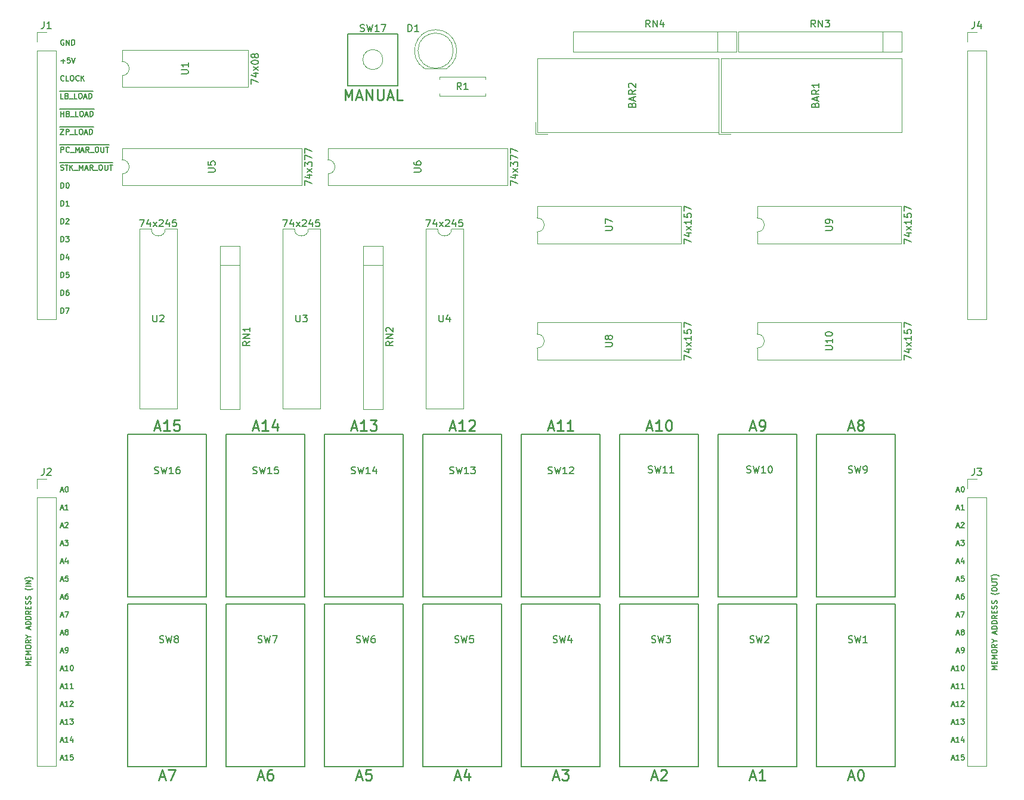
<source format=gto>
G04 #@! TF.GenerationSoftware,KiCad,Pcbnew,(5.1.2)-2*
G04 #@! TF.CreationDate,2019-08-11T10:56:01+02:00*
G04 #@! TF.ProjectId,Memory-Access-Register,4d656d6f-7279-42d4-9163-636573732d52,rev?*
G04 #@! TF.SameCoordinates,Original*
G04 #@! TF.FileFunction,Legend,Top*
G04 #@! TF.FilePolarity,Positive*
%FSLAX46Y46*%
G04 Gerber Fmt 4.6, Leading zero omitted, Abs format (unit mm)*
G04 Created by KiCad (PCBNEW (5.1.2)-2) date 2019-08-11 10:56:01*
%MOMM*%
%LPD*%
G04 APERTURE LIST*
%ADD10C,0.150000*%
%ADD11C,0.250000*%
%ADD12C,0.120000*%
G04 APERTURE END LIST*
D10*
X172424285Y-124183928D02*
X171674285Y-124183928D01*
X172210000Y-123933928D01*
X171674285Y-123683928D01*
X172424285Y-123683928D01*
X172031428Y-123326785D02*
X172031428Y-123076785D01*
X172424285Y-122969642D02*
X172424285Y-123326785D01*
X171674285Y-123326785D01*
X171674285Y-122969642D01*
X172424285Y-122648214D02*
X171674285Y-122648214D01*
X172210000Y-122398214D01*
X171674285Y-122148214D01*
X172424285Y-122148214D01*
X171674285Y-121648214D02*
X171674285Y-121505357D01*
X171710000Y-121433928D01*
X171781428Y-121362500D01*
X171924285Y-121326785D01*
X172174285Y-121326785D01*
X172317142Y-121362500D01*
X172388571Y-121433928D01*
X172424285Y-121505357D01*
X172424285Y-121648214D01*
X172388571Y-121719642D01*
X172317142Y-121791071D01*
X172174285Y-121826785D01*
X171924285Y-121826785D01*
X171781428Y-121791071D01*
X171710000Y-121719642D01*
X171674285Y-121648214D01*
X172424285Y-120576785D02*
X172067142Y-120826785D01*
X172424285Y-121005357D02*
X171674285Y-121005357D01*
X171674285Y-120719642D01*
X171710000Y-120648214D01*
X171745714Y-120612500D01*
X171817142Y-120576785D01*
X171924285Y-120576785D01*
X171995714Y-120612500D01*
X172031428Y-120648214D01*
X172067142Y-120719642D01*
X172067142Y-121005357D01*
X172067142Y-120112500D02*
X172424285Y-120112500D01*
X171674285Y-120362500D02*
X172067142Y-120112500D01*
X171674285Y-119862500D01*
X172210000Y-119076785D02*
X172210000Y-118719642D01*
X172424285Y-119148214D02*
X171674285Y-118898214D01*
X172424285Y-118648214D01*
X172424285Y-118398214D02*
X171674285Y-118398214D01*
X171674285Y-118219642D01*
X171710000Y-118112500D01*
X171781428Y-118041071D01*
X171852857Y-118005357D01*
X171995714Y-117969642D01*
X172102857Y-117969642D01*
X172245714Y-118005357D01*
X172317142Y-118041071D01*
X172388571Y-118112500D01*
X172424285Y-118219642D01*
X172424285Y-118398214D01*
X172424285Y-117648214D02*
X171674285Y-117648214D01*
X171674285Y-117469642D01*
X171710000Y-117362500D01*
X171781428Y-117291071D01*
X171852857Y-117255357D01*
X171995714Y-117219642D01*
X172102857Y-117219642D01*
X172245714Y-117255357D01*
X172317142Y-117291071D01*
X172388571Y-117362500D01*
X172424285Y-117469642D01*
X172424285Y-117648214D01*
X172424285Y-116469642D02*
X172067142Y-116719642D01*
X172424285Y-116898214D02*
X171674285Y-116898214D01*
X171674285Y-116612500D01*
X171710000Y-116541071D01*
X171745714Y-116505357D01*
X171817142Y-116469642D01*
X171924285Y-116469642D01*
X171995714Y-116505357D01*
X172031428Y-116541071D01*
X172067142Y-116612500D01*
X172067142Y-116898214D01*
X172031428Y-116148214D02*
X172031428Y-115898214D01*
X172424285Y-115791071D02*
X172424285Y-116148214D01*
X171674285Y-116148214D01*
X171674285Y-115791071D01*
X172388571Y-115505357D02*
X172424285Y-115398214D01*
X172424285Y-115219642D01*
X172388571Y-115148214D01*
X172352857Y-115112500D01*
X172281428Y-115076785D01*
X172210000Y-115076785D01*
X172138571Y-115112500D01*
X172102857Y-115148214D01*
X172067142Y-115219642D01*
X172031428Y-115362500D01*
X171995714Y-115433928D01*
X171960000Y-115469642D01*
X171888571Y-115505357D01*
X171817142Y-115505357D01*
X171745714Y-115469642D01*
X171710000Y-115433928D01*
X171674285Y-115362500D01*
X171674285Y-115183928D01*
X171710000Y-115076785D01*
X172388571Y-114791071D02*
X172424285Y-114683928D01*
X172424285Y-114505357D01*
X172388571Y-114433928D01*
X172352857Y-114398214D01*
X172281428Y-114362500D01*
X172210000Y-114362500D01*
X172138571Y-114398214D01*
X172102857Y-114433928D01*
X172067142Y-114505357D01*
X172031428Y-114648214D01*
X171995714Y-114719642D01*
X171960000Y-114755357D01*
X171888571Y-114791071D01*
X171817142Y-114791071D01*
X171745714Y-114755357D01*
X171710000Y-114719642D01*
X171674285Y-114648214D01*
X171674285Y-114469642D01*
X171710000Y-114362500D01*
X172710000Y-113255357D02*
X172674285Y-113291071D01*
X172567142Y-113362500D01*
X172495714Y-113398214D01*
X172388571Y-113433928D01*
X172210000Y-113469642D01*
X172067142Y-113469642D01*
X171888571Y-113433928D01*
X171781428Y-113398214D01*
X171710000Y-113362500D01*
X171602857Y-113291071D01*
X171567142Y-113255357D01*
X171674285Y-112826785D02*
X171674285Y-112683928D01*
X171710000Y-112612500D01*
X171781428Y-112541071D01*
X171924285Y-112505357D01*
X172174285Y-112505357D01*
X172317142Y-112541071D01*
X172388571Y-112612500D01*
X172424285Y-112683928D01*
X172424285Y-112826785D01*
X172388571Y-112898214D01*
X172317142Y-112969642D01*
X172174285Y-113005357D01*
X171924285Y-113005357D01*
X171781428Y-112969642D01*
X171710000Y-112898214D01*
X171674285Y-112826785D01*
X171674285Y-112183928D02*
X172281428Y-112183928D01*
X172352857Y-112148214D01*
X172388571Y-112112500D01*
X172424285Y-112041071D01*
X172424285Y-111898214D01*
X172388571Y-111826785D01*
X172352857Y-111791071D01*
X172281428Y-111755357D01*
X171674285Y-111755357D01*
X171674285Y-111505357D02*
X171674285Y-111076785D01*
X172424285Y-111291071D02*
X171674285Y-111291071D01*
X172710000Y-110898214D02*
X172674285Y-110862500D01*
X172567142Y-110791071D01*
X172495714Y-110755357D01*
X172388571Y-110719642D01*
X172210000Y-110683928D01*
X172067142Y-110683928D01*
X171888571Y-110719642D01*
X171781428Y-110755357D01*
X171710000Y-110791071D01*
X171602857Y-110862500D01*
X171567142Y-110898214D01*
X166689643Y-121537000D02*
X167046786Y-121537000D01*
X166618214Y-121751285D02*
X166868214Y-121001285D01*
X167118214Y-121751285D01*
X167403928Y-121751285D02*
X167546786Y-121751285D01*
X167618214Y-121715571D01*
X167653928Y-121679857D01*
X167725357Y-121572714D01*
X167761071Y-121429857D01*
X167761071Y-121144142D01*
X167725357Y-121072714D01*
X167689643Y-121037000D01*
X167618214Y-121001285D01*
X167475357Y-121001285D01*
X167403928Y-121037000D01*
X167368214Y-121072714D01*
X167332500Y-121144142D01*
X167332500Y-121322714D01*
X167368214Y-121394142D01*
X167403928Y-121429857D01*
X167475357Y-121465571D01*
X167618214Y-121465571D01*
X167689643Y-121429857D01*
X167725357Y-121394142D01*
X167761071Y-121322714D01*
X165975357Y-134237000D02*
X166332500Y-134237000D01*
X165903928Y-134451285D02*
X166153928Y-133701285D01*
X166403928Y-134451285D01*
X167046785Y-134451285D02*
X166618214Y-134451285D01*
X166832500Y-134451285D02*
X166832500Y-133701285D01*
X166761071Y-133808428D01*
X166689642Y-133879857D01*
X166618214Y-133915571D01*
X167689642Y-133951285D02*
X167689642Y-134451285D01*
X167511071Y-133665571D02*
X167332500Y-134201285D01*
X167796785Y-134201285D01*
X166689643Y-111377000D02*
X167046786Y-111377000D01*
X166618214Y-111591285D02*
X166868214Y-110841285D01*
X167118214Y-111591285D01*
X167725357Y-110841285D02*
X167368214Y-110841285D01*
X167332500Y-111198428D01*
X167368214Y-111162714D01*
X167439643Y-111127000D01*
X167618214Y-111127000D01*
X167689643Y-111162714D01*
X167725357Y-111198428D01*
X167761071Y-111269857D01*
X167761071Y-111448428D01*
X167725357Y-111519857D01*
X167689643Y-111555571D01*
X167618214Y-111591285D01*
X167439643Y-111591285D01*
X167368214Y-111555571D01*
X167332500Y-111519857D01*
X165975357Y-126617000D02*
X166332500Y-126617000D01*
X165903928Y-126831285D02*
X166153928Y-126081285D01*
X166403928Y-126831285D01*
X167046785Y-126831285D02*
X166618214Y-126831285D01*
X166832500Y-126831285D02*
X166832500Y-126081285D01*
X166761071Y-126188428D01*
X166689642Y-126259857D01*
X166618214Y-126295571D01*
X167761071Y-126831285D02*
X167332500Y-126831285D01*
X167546785Y-126831285D02*
X167546785Y-126081285D01*
X167475357Y-126188428D01*
X167403928Y-126259857D01*
X167332500Y-126295571D01*
X166689643Y-98677000D02*
X167046786Y-98677000D01*
X166618214Y-98891285D02*
X166868214Y-98141285D01*
X167118214Y-98891285D01*
X167511071Y-98141285D02*
X167582500Y-98141285D01*
X167653928Y-98177000D01*
X167689643Y-98212714D01*
X167725357Y-98284142D01*
X167761071Y-98427000D01*
X167761071Y-98605571D01*
X167725357Y-98748428D01*
X167689643Y-98819857D01*
X167653928Y-98855571D01*
X167582500Y-98891285D01*
X167511071Y-98891285D01*
X167439643Y-98855571D01*
X167403928Y-98819857D01*
X167368214Y-98748428D01*
X167332500Y-98605571D01*
X167332500Y-98427000D01*
X167368214Y-98284142D01*
X167403928Y-98212714D01*
X167439643Y-98177000D01*
X167511071Y-98141285D01*
X165975357Y-136777000D02*
X166332500Y-136777000D01*
X165903928Y-136991285D02*
X166153928Y-136241285D01*
X166403928Y-136991285D01*
X167046785Y-136991285D02*
X166618214Y-136991285D01*
X166832500Y-136991285D02*
X166832500Y-136241285D01*
X166761071Y-136348428D01*
X166689642Y-136419857D01*
X166618214Y-136455571D01*
X167725357Y-136241285D02*
X167368214Y-136241285D01*
X167332500Y-136598428D01*
X167368214Y-136562714D01*
X167439642Y-136527000D01*
X167618214Y-136527000D01*
X167689642Y-136562714D01*
X167725357Y-136598428D01*
X167761071Y-136669857D01*
X167761071Y-136848428D01*
X167725357Y-136919857D01*
X167689642Y-136955571D01*
X167618214Y-136991285D01*
X167439642Y-136991285D01*
X167368214Y-136955571D01*
X167332500Y-136919857D01*
X166689643Y-101217000D02*
X167046786Y-101217000D01*
X166618214Y-101431285D02*
X166868214Y-100681285D01*
X167118214Y-101431285D01*
X167761071Y-101431285D02*
X167332500Y-101431285D01*
X167546786Y-101431285D02*
X167546786Y-100681285D01*
X167475357Y-100788428D01*
X167403928Y-100859857D01*
X167332500Y-100895571D01*
X166689643Y-103757000D02*
X167046786Y-103757000D01*
X166618214Y-103971285D02*
X166868214Y-103221285D01*
X167118214Y-103971285D01*
X167332500Y-103292714D02*
X167368214Y-103257000D01*
X167439643Y-103221285D01*
X167618214Y-103221285D01*
X167689643Y-103257000D01*
X167725357Y-103292714D01*
X167761071Y-103364142D01*
X167761071Y-103435571D01*
X167725357Y-103542714D01*
X167296786Y-103971285D01*
X167761071Y-103971285D01*
X166689643Y-116457000D02*
X167046786Y-116457000D01*
X166618214Y-116671285D02*
X166868214Y-115921285D01*
X167118214Y-116671285D01*
X167296786Y-115921285D02*
X167796786Y-115921285D01*
X167475357Y-116671285D01*
X166689643Y-118997000D02*
X167046786Y-118997000D01*
X166618214Y-119211285D02*
X166868214Y-118461285D01*
X167118214Y-119211285D01*
X167475357Y-118782714D02*
X167403928Y-118747000D01*
X167368214Y-118711285D01*
X167332500Y-118639857D01*
X167332500Y-118604142D01*
X167368214Y-118532714D01*
X167403928Y-118497000D01*
X167475357Y-118461285D01*
X167618214Y-118461285D01*
X167689643Y-118497000D01*
X167725357Y-118532714D01*
X167761071Y-118604142D01*
X167761071Y-118639857D01*
X167725357Y-118711285D01*
X167689643Y-118747000D01*
X167618214Y-118782714D01*
X167475357Y-118782714D01*
X167403928Y-118818428D01*
X167368214Y-118854142D01*
X167332500Y-118925571D01*
X167332500Y-119068428D01*
X167368214Y-119139857D01*
X167403928Y-119175571D01*
X167475357Y-119211285D01*
X167618214Y-119211285D01*
X167689643Y-119175571D01*
X167725357Y-119139857D01*
X167761071Y-119068428D01*
X167761071Y-118925571D01*
X167725357Y-118854142D01*
X167689643Y-118818428D01*
X167618214Y-118782714D01*
X166689643Y-106297000D02*
X167046786Y-106297000D01*
X166618214Y-106511285D02*
X166868214Y-105761285D01*
X167118214Y-106511285D01*
X167296786Y-105761285D02*
X167761071Y-105761285D01*
X167511071Y-106047000D01*
X167618214Y-106047000D01*
X167689643Y-106082714D01*
X167725357Y-106118428D01*
X167761071Y-106189857D01*
X167761071Y-106368428D01*
X167725357Y-106439857D01*
X167689643Y-106475571D01*
X167618214Y-106511285D01*
X167403928Y-106511285D01*
X167332500Y-106475571D01*
X167296786Y-106439857D01*
X165975357Y-129157000D02*
X166332500Y-129157000D01*
X165903928Y-129371285D02*
X166153928Y-128621285D01*
X166403928Y-129371285D01*
X167046785Y-129371285D02*
X166618214Y-129371285D01*
X166832500Y-129371285D02*
X166832500Y-128621285D01*
X166761071Y-128728428D01*
X166689642Y-128799857D01*
X166618214Y-128835571D01*
X167332500Y-128692714D02*
X167368214Y-128657000D01*
X167439642Y-128621285D01*
X167618214Y-128621285D01*
X167689642Y-128657000D01*
X167725357Y-128692714D01*
X167761071Y-128764142D01*
X167761071Y-128835571D01*
X167725357Y-128942714D01*
X167296785Y-129371285D01*
X167761071Y-129371285D01*
X166689643Y-108837000D02*
X167046786Y-108837000D01*
X166618214Y-109051285D02*
X166868214Y-108301285D01*
X167118214Y-109051285D01*
X167689643Y-108551285D02*
X167689643Y-109051285D01*
X167511071Y-108265571D02*
X167332500Y-108801285D01*
X167796786Y-108801285D01*
X165975357Y-131697000D02*
X166332500Y-131697000D01*
X165903928Y-131911285D02*
X166153928Y-131161285D01*
X166403928Y-131911285D01*
X167046785Y-131911285D02*
X166618214Y-131911285D01*
X166832500Y-131911285D02*
X166832500Y-131161285D01*
X166761071Y-131268428D01*
X166689642Y-131339857D01*
X166618214Y-131375571D01*
X167296785Y-131161285D02*
X167761071Y-131161285D01*
X167511071Y-131447000D01*
X167618214Y-131447000D01*
X167689642Y-131482714D01*
X167725357Y-131518428D01*
X167761071Y-131589857D01*
X167761071Y-131768428D01*
X167725357Y-131839857D01*
X167689642Y-131875571D01*
X167618214Y-131911285D01*
X167403928Y-131911285D01*
X167332500Y-131875571D01*
X167296785Y-131839857D01*
X166689643Y-113917000D02*
X167046786Y-113917000D01*
X166618214Y-114131285D02*
X166868214Y-113381285D01*
X167118214Y-114131285D01*
X167689643Y-113381285D02*
X167546786Y-113381285D01*
X167475357Y-113417000D01*
X167439643Y-113452714D01*
X167368214Y-113559857D01*
X167332500Y-113702714D01*
X167332500Y-113988428D01*
X167368214Y-114059857D01*
X167403928Y-114095571D01*
X167475357Y-114131285D01*
X167618214Y-114131285D01*
X167689643Y-114095571D01*
X167725357Y-114059857D01*
X167761071Y-113988428D01*
X167761071Y-113809857D01*
X167725357Y-113738428D01*
X167689643Y-113702714D01*
X167618214Y-113667000D01*
X167475357Y-113667000D01*
X167403928Y-113702714D01*
X167368214Y-113738428D01*
X167332500Y-113809857D01*
X165975357Y-124077000D02*
X166332500Y-124077000D01*
X165903928Y-124291285D02*
X166153928Y-123541285D01*
X166403928Y-124291285D01*
X167046785Y-124291285D02*
X166618214Y-124291285D01*
X166832500Y-124291285D02*
X166832500Y-123541285D01*
X166761071Y-123648428D01*
X166689642Y-123719857D01*
X166618214Y-123755571D01*
X167511071Y-123541285D02*
X167582500Y-123541285D01*
X167653928Y-123577000D01*
X167689642Y-123612714D01*
X167725357Y-123684142D01*
X167761071Y-123827000D01*
X167761071Y-124005571D01*
X167725357Y-124148428D01*
X167689642Y-124219857D01*
X167653928Y-124255571D01*
X167582500Y-124291285D01*
X167511071Y-124291285D01*
X167439642Y-124255571D01*
X167403928Y-124219857D01*
X167368214Y-124148428D01*
X167332500Y-124005571D01*
X167332500Y-123827000D01*
X167368214Y-123684142D01*
X167403928Y-123612714D01*
X167439642Y-123577000D01*
X167511071Y-123541285D01*
X35264285Y-123548928D02*
X34514285Y-123548928D01*
X35050000Y-123298928D01*
X34514285Y-123048928D01*
X35264285Y-123048928D01*
X34871428Y-122691785D02*
X34871428Y-122441785D01*
X35264285Y-122334642D02*
X35264285Y-122691785D01*
X34514285Y-122691785D01*
X34514285Y-122334642D01*
X35264285Y-122013214D02*
X34514285Y-122013214D01*
X35050000Y-121763214D01*
X34514285Y-121513214D01*
X35264285Y-121513214D01*
X34514285Y-121013214D02*
X34514285Y-120870357D01*
X34550000Y-120798928D01*
X34621428Y-120727500D01*
X34764285Y-120691785D01*
X35014285Y-120691785D01*
X35157142Y-120727500D01*
X35228571Y-120798928D01*
X35264285Y-120870357D01*
X35264285Y-121013214D01*
X35228571Y-121084642D01*
X35157142Y-121156071D01*
X35014285Y-121191785D01*
X34764285Y-121191785D01*
X34621428Y-121156071D01*
X34550000Y-121084642D01*
X34514285Y-121013214D01*
X35264285Y-119941785D02*
X34907142Y-120191785D01*
X35264285Y-120370357D02*
X34514285Y-120370357D01*
X34514285Y-120084642D01*
X34550000Y-120013214D01*
X34585714Y-119977500D01*
X34657142Y-119941785D01*
X34764285Y-119941785D01*
X34835714Y-119977500D01*
X34871428Y-120013214D01*
X34907142Y-120084642D01*
X34907142Y-120370357D01*
X34907142Y-119477500D02*
X35264285Y-119477500D01*
X34514285Y-119727500D02*
X34907142Y-119477500D01*
X34514285Y-119227500D01*
X35050000Y-118441785D02*
X35050000Y-118084642D01*
X35264285Y-118513214D02*
X34514285Y-118263214D01*
X35264285Y-118013214D01*
X35264285Y-117763214D02*
X34514285Y-117763214D01*
X34514285Y-117584642D01*
X34550000Y-117477500D01*
X34621428Y-117406071D01*
X34692857Y-117370357D01*
X34835714Y-117334642D01*
X34942857Y-117334642D01*
X35085714Y-117370357D01*
X35157142Y-117406071D01*
X35228571Y-117477500D01*
X35264285Y-117584642D01*
X35264285Y-117763214D01*
X35264285Y-117013214D02*
X34514285Y-117013214D01*
X34514285Y-116834642D01*
X34550000Y-116727500D01*
X34621428Y-116656071D01*
X34692857Y-116620357D01*
X34835714Y-116584642D01*
X34942857Y-116584642D01*
X35085714Y-116620357D01*
X35157142Y-116656071D01*
X35228571Y-116727500D01*
X35264285Y-116834642D01*
X35264285Y-117013214D01*
X35264285Y-115834642D02*
X34907142Y-116084642D01*
X35264285Y-116263214D02*
X34514285Y-116263214D01*
X34514285Y-115977500D01*
X34550000Y-115906071D01*
X34585714Y-115870357D01*
X34657142Y-115834642D01*
X34764285Y-115834642D01*
X34835714Y-115870357D01*
X34871428Y-115906071D01*
X34907142Y-115977500D01*
X34907142Y-116263214D01*
X34871428Y-115513214D02*
X34871428Y-115263214D01*
X35264285Y-115156071D02*
X35264285Y-115513214D01*
X34514285Y-115513214D01*
X34514285Y-115156071D01*
X35228571Y-114870357D02*
X35264285Y-114763214D01*
X35264285Y-114584642D01*
X35228571Y-114513214D01*
X35192857Y-114477500D01*
X35121428Y-114441785D01*
X35050000Y-114441785D01*
X34978571Y-114477500D01*
X34942857Y-114513214D01*
X34907142Y-114584642D01*
X34871428Y-114727500D01*
X34835714Y-114798928D01*
X34800000Y-114834642D01*
X34728571Y-114870357D01*
X34657142Y-114870357D01*
X34585714Y-114834642D01*
X34550000Y-114798928D01*
X34514285Y-114727500D01*
X34514285Y-114548928D01*
X34550000Y-114441785D01*
X35228571Y-114156071D02*
X35264285Y-114048928D01*
X35264285Y-113870357D01*
X35228571Y-113798928D01*
X35192857Y-113763214D01*
X35121428Y-113727500D01*
X35050000Y-113727500D01*
X34978571Y-113763214D01*
X34942857Y-113798928D01*
X34907142Y-113870357D01*
X34871428Y-114013214D01*
X34835714Y-114084642D01*
X34800000Y-114120357D01*
X34728571Y-114156071D01*
X34657142Y-114156071D01*
X34585714Y-114120357D01*
X34550000Y-114084642D01*
X34514285Y-114013214D01*
X34514285Y-113834642D01*
X34550000Y-113727500D01*
X35550000Y-112620357D02*
X35514285Y-112656071D01*
X35407142Y-112727500D01*
X35335714Y-112763214D01*
X35228571Y-112798928D01*
X35050000Y-112834642D01*
X34907142Y-112834642D01*
X34728571Y-112798928D01*
X34621428Y-112763214D01*
X34550000Y-112727500D01*
X34442857Y-112656071D01*
X34407142Y-112620357D01*
X35264285Y-112334642D02*
X34514285Y-112334642D01*
X35264285Y-111977500D02*
X34514285Y-111977500D01*
X35264285Y-111548928D01*
X34514285Y-111548928D01*
X35550000Y-111263214D02*
X35514285Y-111227500D01*
X35407142Y-111156071D01*
X35335714Y-111120357D01*
X35228571Y-111084642D01*
X35050000Y-111048928D01*
X34907142Y-111048928D01*
X34728571Y-111084642D01*
X34621428Y-111120357D01*
X34550000Y-111156071D01*
X34442857Y-111227500D01*
X34407142Y-111263214D01*
X39483357Y-131697000D02*
X39840500Y-131697000D01*
X39411928Y-131911285D02*
X39661928Y-131161285D01*
X39911928Y-131911285D01*
X40554785Y-131911285D02*
X40126214Y-131911285D01*
X40340500Y-131911285D02*
X40340500Y-131161285D01*
X40269071Y-131268428D01*
X40197642Y-131339857D01*
X40126214Y-131375571D01*
X40804785Y-131161285D02*
X41269071Y-131161285D01*
X41019071Y-131447000D01*
X41126214Y-131447000D01*
X41197642Y-131482714D01*
X41233357Y-131518428D01*
X41269071Y-131589857D01*
X41269071Y-131768428D01*
X41233357Y-131839857D01*
X41197642Y-131875571D01*
X41126214Y-131911285D01*
X40911928Y-131911285D01*
X40840500Y-131875571D01*
X40804785Y-131839857D01*
X39483357Y-136777000D02*
X39840500Y-136777000D01*
X39411928Y-136991285D02*
X39661928Y-136241285D01*
X39911928Y-136991285D01*
X40554785Y-136991285D02*
X40126214Y-136991285D01*
X40340500Y-136991285D02*
X40340500Y-136241285D01*
X40269071Y-136348428D01*
X40197642Y-136419857D01*
X40126214Y-136455571D01*
X41233357Y-136241285D02*
X40876214Y-136241285D01*
X40840500Y-136598428D01*
X40876214Y-136562714D01*
X40947642Y-136527000D01*
X41126214Y-136527000D01*
X41197642Y-136562714D01*
X41233357Y-136598428D01*
X41269071Y-136669857D01*
X41269071Y-136848428D01*
X41233357Y-136919857D01*
X41197642Y-136955571D01*
X41126214Y-136991285D01*
X40947642Y-136991285D01*
X40876214Y-136955571D01*
X40840500Y-136919857D01*
X39483357Y-134237000D02*
X39840500Y-134237000D01*
X39411928Y-134451285D02*
X39661928Y-133701285D01*
X39911928Y-134451285D01*
X40554785Y-134451285D02*
X40126214Y-134451285D01*
X40340500Y-134451285D02*
X40340500Y-133701285D01*
X40269071Y-133808428D01*
X40197642Y-133879857D01*
X40126214Y-133915571D01*
X41197642Y-133951285D02*
X41197642Y-134451285D01*
X41019071Y-133665571D02*
X40840500Y-134201285D01*
X41304785Y-134201285D01*
X39483357Y-121537000D02*
X39840500Y-121537000D01*
X39411928Y-121751285D02*
X39661928Y-121001285D01*
X39911928Y-121751285D01*
X40197642Y-121751285D02*
X40340500Y-121751285D01*
X40411928Y-121715571D01*
X40447642Y-121679857D01*
X40519071Y-121572714D01*
X40554785Y-121429857D01*
X40554785Y-121144142D01*
X40519071Y-121072714D01*
X40483357Y-121037000D01*
X40411928Y-121001285D01*
X40269071Y-121001285D01*
X40197642Y-121037000D01*
X40161928Y-121072714D01*
X40126214Y-121144142D01*
X40126214Y-121322714D01*
X40161928Y-121394142D01*
X40197642Y-121429857D01*
X40269071Y-121465571D01*
X40411928Y-121465571D01*
X40483357Y-121429857D01*
X40519071Y-121394142D01*
X40554785Y-121322714D01*
X39483357Y-126617000D02*
X39840500Y-126617000D01*
X39411928Y-126831285D02*
X39661928Y-126081285D01*
X39911928Y-126831285D01*
X40554785Y-126831285D02*
X40126214Y-126831285D01*
X40340500Y-126831285D02*
X40340500Y-126081285D01*
X40269071Y-126188428D01*
X40197642Y-126259857D01*
X40126214Y-126295571D01*
X41269071Y-126831285D02*
X40840500Y-126831285D01*
X41054785Y-126831285D02*
X41054785Y-126081285D01*
X40983357Y-126188428D01*
X40911928Y-126259857D01*
X40840500Y-126295571D01*
X39483357Y-118997000D02*
X39840500Y-118997000D01*
X39411928Y-119211285D02*
X39661928Y-118461285D01*
X39911928Y-119211285D01*
X40269071Y-118782714D02*
X40197642Y-118747000D01*
X40161928Y-118711285D01*
X40126214Y-118639857D01*
X40126214Y-118604142D01*
X40161928Y-118532714D01*
X40197642Y-118497000D01*
X40269071Y-118461285D01*
X40411928Y-118461285D01*
X40483357Y-118497000D01*
X40519071Y-118532714D01*
X40554785Y-118604142D01*
X40554785Y-118639857D01*
X40519071Y-118711285D01*
X40483357Y-118747000D01*
X40411928Y-118782714D01*
X40269071Y-118782714D01*
X40197642Y-118818428D01*
X40161928Y-118854142D01*
X40126214Y-118925571D01*
X40126214Y-119068428D01*
X40161928Y-119139857D01*
X40197642Y-119175571D01*
X40269071Y-119211285D01*
X40411928Y-119211285D01*
X40483357Y-119175571D01*
X40519071Y-119139857D01*
X40554785Y-119068428D01*
X40554785Y-118925571D01*
X40519071Y-118854142D01*
X40483357Y-118818428D01*
X40411928Y-118782714D01*
X39483357Y-124077000D02*
X39840500Y-124077000D01*
X39411928Y-124291285D02*
X39661928Y-123541285D01*
X39911928Y-124291285D01*
X40554785Y-124291285D02*
X40126214Y-124291285D01*
X40340500Y-124291285D02*
X40340500Y-123541285D01*
X40269071Y-123648428D01*
X40197642Y-123719857D01*
X40126214Y-123755571D01*
X41019071Y-123541285D02*
X41090500Y-123541285D01*
X41161928Y-123577000D01*
X41197642Y-123612714D01*
X41233357Y-123684142D01*
X41269071Y-123827000D01*
X41269071Y-124005571D01*
X41233357Y-124148428D01*
X41197642Y-124219857D01*
X41161928Y-124255571D01*
X41090500Y-124291285D01*
X41019071Y-124291285D01*
X40947642Y-124255571D01*
X40911928Y-124219857D01*
X40876214Y-124148428D01*
X40840500Y-124005571D01*
X40840500Y-123827000D01*
X40876214Y-123684142D01*
X40911928Y-123612714D01*
X40947642Y-123577000D01*
X41019071Y-123541285D01*
X39483357Y-129157000D02*
X39840500Y-129157000D01*
X39411928Y-129371285D02*
X39661928Y-128621285D01*
X39911928Y-129371285D01*
X40554785Y-129371285D02*
X40126214Y-129371285D01*
X40340500Y-129371285D02*
X40340500Y-128621285D01*
X40269071Y-128728428D01*
X40197642Y-128799857D01*
X40126214Y-128835571D01*
X40840500Y-128692714D02*
X40876214Y-128657000D01*
X40947642Y-128621285D01*
X41126214Y-128621285D01*
X41197642Y-128657000D01*
X41233357Y-128692714D01*
X41269071Y-128764142D01*
X41269071Y-128835571D01*
X41233357Y-128942714D01*
X40804785Y-129371285D01*
X41269071Y-129371285D01*
X39483357Y-111377000D02*
X39840500Y-111377000D01*
X39411928Y-111591285D02*
X39661928Y-110841285D01*
X39911928Y-111591285D01*
X40519071Y-110841285D02*
X40161928Y-110841285D01*
X40126214Y-111198428D01*
X40161928Y-111162714D01*
X40233357Y-111127000D01*
X40411928Y-111127000D01*
X40483357Y-111162714D01*
X40519071Y-111198428D01*
X40554785Y-111269857D01*
X40554785Y-111448428D01*
X40519071Y-111519857D01*
X40483357Y-111555571D01*
X40411928Y-111591285D01*
X40233357Y-111591285D01*
X40161928Y-111555571D01*
X40126214Y-111519857D01*
X39483357Y-116457000D02*
X39840500Y-116457000D01*
X39411928Y-116671285D02*
X39661928Y-115921285D01*
X39911928Y-116671285D01*
X40090500Y-115921285D02*
X40590500Y-115921285D01*
X40269071Y-116671285D01*
X39483357Y-113917000D02*
X39840500Y-113917000D01*
X39411928Y-114131285D02*
X39661928Y-113381285D01*
X39911928Y-114131285D01*
X40483357Y-113381285D02*
X40340500Y-113381285D01*
X40269071Y-113417000D01*
X40233357Y-113452714D01*
X40161928Y-113559857D01*
X40126214Y-113702714D01*
X40126214Y-113988428D01*
X40161928Y-114059857D01*
X40197642Y-114095571D01*
X40269071Y-114131285D01*
X40411928Y-114131285D01*
X40483357Y-114095571D01*
X40519071Y-114059857D01*
X40554785Y-113988428D01*
X40554785Y-113809857D01*
X40519071Y-113738428D01*
X40483357Y-113702714D01*
X40411928Y-113667000D01*
X40269071Y-113667000D01*
X40197642Y-113702714D01*
X40161928Y-113738428D01*
X40126214Y-113809857D01*
X39483357Y-101217000D02*
X39840500Y-101217000D01*
X39411928Y-101431285D02*
X39661928Y-100681285D01*
X39911928Y-101431285D01*
X40554785Y-101431285D02*
X40126214Y-101431285D01*
X40340500Y-101431285D02*
X40340500Y-100681285D01*
X40269071Y-100788428D01*
X40197642Y-100859857D01*
X40126214Y-100895571D01*
X39483357Y-106297000D02*
X39840500Y-106297000D01*
X39411928Y-106511285D02*
X39661928Y-105761285D01*
X39911928Y-106511285D01*
X40090500Y-105761285D02*
X40554785Y-105761285D01*
X40304785Y-106047000D01*
X40411928Y-106047000D01*
X40483357Y-106082714D01*
X40519071Y-106118428D01*
X40554785Y-106189857D01*
X40554785Y-106368428D01*
X40519071Y-106439857D01*
X40483357Y-106475571D01*
X40411928Y-106511285D01*
X40197642Y-106511285D01*
X40126214Y-106475571D01*
X40090500Y-106439857D01*
X39483357Y-98677000D02*
X39840500Y-98677000D01*
X39411928Y-98891285D02*
X39661928Y-98141285D01*
X39911928Y-98891285D01*
X40304785Y-98141285D02*
X40376214Y-98141285D01*
X40447642Y-98177000D01*
X40483357Y-98212714D01*
X40519071Y-98284142D01*
X40554785Y-98427000D01*
X40554785Y-98605571D01*
X40519071Y-98748428D01*
X40483357Y-98819857D01*
X40447642Y-98855571D01*
X40376214Y-98891285D01*
X40304785Y-98891285D01*
X40233357Y-98855571D01*
X40197642Y-98819857D01*
X40161928Y-98748428D01*
X40126214Y-98605571D01*
X40126214Y-98427000D01*
X40161928Y-98284142D01*
X40197642Y-98212714D01*
X40233357Y-98177000D01*
X40304785Y-98141285D01*
X39483357Y-103757000D02*
X39840500Y-103757000D01*
X39411928Y-103971285D02*
X39661928Y-103221285D01*
X39911928Y-103971285D01*
X40126214Y-103292714D02*
X40161928Y-103257000D01*
X40233357Y-103221285D01*
X40411928Y-103221285D01*
X40483357Y-103257000D01*
X40519071Y-103292714D01*
X40554785Y-103364142D01*
X40554785Y-103435571D01*
X40519071Y-103542714D01*
X40090500Y-103971285D01*
X40554785Y-103971285D01*
X39483357Y-108837000D02*
X39840500Y-108837000D01*
X39411928Y-109051285D02*
X39661928Y-108301285D01*
X39911928Y-109051285D01*
X40483357Y-108551285D02*
X40483357Y-109051285D01*
X40304785Y-108265571D02*
X40126214Y-108801285D01*
X40590500Y-108801285D01*
X39519071Y-70951285D02*
X39519071Y-70201285D01*
X39697642Y-70201285D01*
X39804785Y-70237000D01*
X39876214Y-70308428D01*
X39911928Y-70379857D01*
X39947642Y-70522714D01*
X39947642Y-70629857D01*
X39911928Y-70772714D01*
X39876214Y-70844142D01*
X39804785Y-70915571D01*
X39697642Y-70951285D01*
X39519071Y-70951285D01*
X40590500Y-70201285D02*
X40447642Y-70201285D01*
X40376214Y-70237000D01*
X40340500Y-70272714D01*
X40269071Y-70379857D01*
X40233357Y-70522714D01*
X40233357Y-70808428D01*
X40269071Y-70879857D01*
X40304785Y-70915571D01*
X40376214Y-70951285D01*
X40519071Y-70951285D01*
X40590500Y-70915571D01*
X40626214Y-70879857D01*
X40661928Y-70808428D01*
X40661928Y-70629857D01*
X40626214Y-70558428D01*
X40590500Y-70522714D01*
X40519071Y-70487000D01*
X40376214Y-70487000D01*
X40304785Y-70522714D01*
X40269071Y-70558428D01*
X40233357Y-70629857D01*
X39519071Y-68411285D02*
X39519071Y-67661285D01*
X39697642Y-67661285D01*
X39804785Y-67697000D01*
X39876214Y-67768428D01*
X39911928Y-67839857D01*
X39947642Y-67982714D01*
X39947642Y-68089857D01*
X39911928Y-68232714D01*
X39876214Y-68304142D01*
X39804785Y-68375571D01*
X39697642Y-68411285D01*
X39519071Y-68411285D01*
X40626214Y-67661285D02*
X40269071Y-67661285D01*
X40233357Y-68018428D01*
X40269071Y-67982714D01*
X40340500Y-67947000D01*
X40519071Y-67947000D01*
X40590500Y-67982714D01*
X40626214Y-68018428D01*
X40661928Y-68089857D01*
X40661928Y-68268428D01*
X40626214Y-68339857D01*
X40590500Y-68375571D01*
X40519071Y-68411285D01*
X40340500Y-68411285D01*
X40269071Y-68375571D01*
X40233357Y-68339857D01*
X39519071Y-73491285D02*
X39519071Y-72741285D01*
X39697642Y-72741285D01*
X39804785Y-72777000D01*
X39876214Y-72848428D01*
X39911928Y-72919857D01*
X39947642Y-73062714D01*
X39947642Y-73169857D01*
X39911928Y-73312714D01*
X39876214Y-73384142D01*
X39804785Y-73455571D01*
X39697642Y-73491285D01*
X39519071Y-73491285D01*
X40197642Y-72741285D02*
X40697642Y-72741285D01*
X40376214Y-73491285D01*
X39340500Y-52097000D02*
X40054785Y-52097000D01*
X39483357Y-53135571D02*
X39590500Y-53171285D01*
X39769071Y-53171285D01*
X39840500Y-53135571D01*
X39876214Y-53099857D01*
X39911928Y-53028428D01*
X39911928Y-52957000D01*
X39876214Y-52885571D01*
X39840500Y-52849857D01*
X39769071Y-52814142D01*
X39626214Y-52778428D01*
X39554785Y-52742714D01*
X39519071Y-52707000D01*
X39483357Y-52635571D01*
X39483357Y-52564142D01*
X39519071Y-52492714D01*
X39554785Y-52457000D01*
X39626214Y-52421285D01*
X39804785Y-52421285D01*
X39911928Y-52457000D01*
X40054785Y-52097000D02*
X40626214Y-52097000D01*
X40126214Y-52421285D02*
X40554785Y-52421285D01*
X40340500Y-53171285D02*
X40340500Y-52421285D01*
X40626214Y-52097000D02*
X41376214Y-52097000D01*
X40804785Y-53171285D02*
X40804785Y-52421285D01*
X41233357Y-53171285D02*
X40911928Y-52742714D01*
X41233357Y-52421285D02*
X40804785Y-52849857D01*
X41376214Y-52097000D02*
X41947642Y-52097000D01*
X41376214Y-53242714D02*
X41947642Y-53242714D01*
X41947642Y-52097000D02*
X42804785Y-52097000D01*
X42126214Y-53171285D02*
X42126214Y-52421285D01*
X42376214Y-52957000D01*
X42626214Y-52421285D01*
X42626214Y-53171285D01*
X42804785Y-52097000D02*
X43447642Y-52097000D01*
X42947642Y-52957000D02*
X43304785Y-52957000D01*
X42876214Y-53171285D02*
X43126214Y-52421285D01*
X43376214Y-53171285D01*
X43447642Y-52097000D02*
X44197642Y-52097000D01*
X44054785Y-53171285D02*
X43804785Y-52814142D01*
X43626214Y-53171285D02*
X43626214Y-52421285D01*
X43911928Y-52421285D01*
X43983357Y-52457000D01*
X44019071Y-52492714D01*
X44054785Y-52564142D01*
X44054785Y-52671285D01*
X44019071Y-52742714D01*
X43983357Y-52778428D01*
X43911928Y-52814142D01*
X43626214Y-52814142D01*
X44197642Y-52097000D02*
X44769071Y-52097000D01*
X44197642Y-53242714D02*
X44769071Y-53242714D01*
X44769071Y-52097000D02*
X45554785Y-52097000D01*
X45090500Y-52421285D02*
X45233357Y-52421285D01*
X45304785Y-52457000D01*
X45376214Y-52528428D01*
X45411928Y-52671285D01*
X45411928Y-52921285D01*
X45376214Y-53064142D01*
X45304785Y-53135571D01*
X45233357Y-53171285D01*
X45090500Y-53171285D01*
X45019071Y-53135571D01*
X44947642Y-53064142D01*
X44911928Y-52921285D01*
X44911928Y-52671285D01*
X44947642Y-52528428D01*
X45019071Y-52457000D01*
X45090500Y-52421285D01*
X45554785Y-52097000D02*
X46340500Y-52097000D01*
X45733357Y-52421285D02*
X45733357Y-53028428D01*
X45769071Y-53099857D01*
X45804785Y-53135571D01*
X45876214Y-53171285D01*
X46019071Y-53171285D01*
X46090500Y-53135571D01*
X46126214Y-53099857D01*
X46161928Y-53028428D01*
X46161928Y-52421285D01*
X46340500Y-52097000D02*
X46911928Y-52097000D01*
X46411928Y-52421285D02*
X46840500Y-52421285D01*
X46626214Y-53171285D02*
X46626214Y-52421285D01*
X39340500Y-47017000D02*
X40054785Y-47017000D01*
X39447642Y-47341285D02*
X39947642Y-47341285D01*
X39447642Y-48091285D01*
X39947642Y-48091285D01*
X40054785Y-47017000D02*
X40804785Y-47017000D01*
X40233357Y-48091285D02*
X40233357Y-47341285D01*
X40519071Y-47341285D01*
X40590500Y-47377000D01*
X40626214Y-47412714D01*
X40661928Y-47484142D01*
X40661928Y-47591285D01*
X40626214Y-47662714D01*
X40590500Y-47698428D01*
X40519071Y-47734142D01*
X40233357Y-47734142D01*
X40804785Y-47017000D02*
X41376214Y-47017000D01*
X40804785Y-48162714D02*
X41376214Y-48162714D01*
X41376214Y-47017000D02*
X41983357Y-47017000D01*
X41911928Y-48091285D02*
X41554785Y-48091285D01*
X41554785Y-47341285D01*
X41983357Y-47017000D02*
X42769071Y-47017000D01*
X42304785Y-47341285D02*
X42447642Y-47341285D01*
X42519071Y-47377000D01*
X42590500Y-47448428D01*
X42626214Y-47591285D01*
X42626214Y-47841285D01*
X42590500Y-47984142D01*
X42519071Y-48055571D01*
X42447642Y-48091285D01*
X42304785Y-48091285D01*
X42233357Y-48055571D01*
X42161928Y-47984142D01*
X42126214Y-47841285D01*
X42126214Y-47591285D01*
X42161928Y-47448428D01*
X42233357Y-47377000D01*
X42304785Y-47341285D01*
X42769071Y-47017000D02*
X43411928Y-47017000D01*
X42911928Y-47877000D02*
X43269071Y-47877000D01*
X42840500Y-48091285D02*
X43090500Y-47341285D01*
X43340500Y-48091285D01*
X43411928Y-47017000D02*
X44161928Y-47017000D01*
X43590500Y-48091285D02*
X43590500Y-47341285D01*
X43769071Y-47341285D01*
X43876214Y-47377000D01*
X43947642Y-47448428D01*
X43983357Y-47519857D01*
X44019071Y-47662714D01*
X44019071Y-47769857D01*
X43983357Y-47912714D01*
X43947642Y-47984142D01*
X43876214Y-48055571D01*
X43769071Y-48091285D01*
X43590500Y-48091285D01*
X39911928Y-34677000D02*
X39840500Y-34641285D01*
X39733357Y-34641285D01*
X39626214Y-34677000D01*
X39554785Y-34748428D01*
X39519071Y-34819857D01*
X39483357Y-34962714D01*
X39483357Y-35069857D01*
X39519071Y-35212714D01*
X39554785Y-35284142D01*
X39626214Y-35355571D01*
X39733357Y-35391285D01*
X39804785Y-35391285D01*
X39911928Y-35355571D01*
X39947642Y-35319857D01*
X39947642Y-35069857D01*
X39804785Y-35069857D01*
X40269071Y-35391285D02*
X40269071Y-34641285D01*
X40697642Y-35391285D01*
X40697642Y-34641285D01*
X41054785Y-35391285D02*
X41054785Y-34641285D01*
X41233357Y-34641285D01*
X41340500Y-34677000D01*
X41411928Y-34748428D01*
X41447642Y-34819857D01*
X41483357Y-34962714D01*
X41483357Y-35069857D01*
X41447642Y-35212714D01*
X41411928Y-35284142D01*
X41340500Y-35355571D01*
X41233357Y-35391285D01*
X41054785Y-35391285D01*
X39947642Y-40399857D02*
X39911928Y-40435571D01*
X39804785Y-40471285D01*
X39733357Y-40471285D01*
X39626214Y-40435571D01*
X39554785Y-40364142D01*
X39519071Y-40292714D01*
X39483357Y-40149857D01*
X39483357Y-40042714D01*
X39519071Y-39899857D01*
X39554785Y-39828428D01*
X39626214Y-39757000D01*
X39733357Y-39721285D01*
X39804785Y-39721285D01*
X39911928Y-39757000D01*
X39947642Y-39792714D01*
X40626214Y-40471285D02*
X40269071Y-40471285D01*
X40269071Y-39721285D01*
X41019071Y-39721285D02*
X41161928Y-39721285D01*
X41233357Y-39757000D01*
X41304785Y-39828428D01*
X41340500Y-39971285D01*
X41340500Y-40221285D01*
X41304785Y-40364142D01*
X41233357Y-40435571D01*
X41161928Y-40471285D01*
X41019071Y-40471285D01*
X40947642Y-40435571D01*
X40876214Y-40364142D01*
X40840500Y-40221285D01*
X40840500Y-39971285D01*
X40876214Y-39828428D01*
X40947642Y-39757000D01*
X41019071Y-39721285D01*
X42090500Y-40399857D02*
X42054785Y-40435571D01*
X41947642Y-40471285D01*
X41876214Y-40471285D01*
X41769071Y-40435571D01*
X41697642Y-40364142D01*
X41661928Y-40292714D01*
X41626214Y-40149857D01*
X41626214Y-40042714D01*
X41661928Y-39899857D01*
X41697642Y-39828428D01*
X41769071Y-39757000D01*
X41876214Y-39721285D01*
X41947642Y-39721285D01*
X42054785Y-39757000D01*
X42090500Y-39792714D01*
X42411928Y-40471285D02*
X42411928Y-39721285D01*
X42840500Y-40471285D02*
X42519071Y-40042714D01*
X42840500Y-39721285D02*
X42411928Y-40149857D01*
X39519071Y-60791285D02*
X39519071Y-60041285D01*
X39697642Y-60041285D01*
X39804785Y-60077000D01*
X39876214Y-60148428D01*
X39911928Y-60219857D01*
X39947642Y-60362714D01*
X39947642Y-60469857D01*
X39911928Y-60612714D01*
X39876214Y-60684142D01*
X39804785Y-60755571D01*
X39697642Y-60791285D01*
X39519071Y-60791285D01*
X40233357Y-60112714D02*
X40269071Y-60077000D01*
X40340500Y-60041285D01*
X40519071Y-60041285D01*
X40590500Y-60077000D01*
X40626214Y-60112714D01*
X40661928Y-60184142D01*
X40661928Y-60255571D01*
X40626214Y-60362714D01*
X40197642Y-60791285D01*
X40661928Y-60791285D01*
X39340500Y-41937000D02*
X39947642Y-41937000D01*
X39876214Y-43011285D02*
X39519071Y-43011285D01*
X39519071Y-42261285D01*
X39947642Y-41937000D02*
X40697642Y-41937000D01*
X40376214Y-42618428D02*
X40483357Y-42654142D01*
X40519071Y-42689857D01*
X40554785Y-42761285D01*
X40554785Y-42868428D01*
X40519071Y-42939857D01*
X40483357Y-42975571D01*
X40411928Y-43011285D01*
X40126214Y-43011285D01*
X40126214Y-42261285D01*
X40376214Y-42261285D01*
X40447642Y-42297000D01*
X40483357Y-42332714D01*
X40519071Y-42404142D01*
X40519071Y-42475571D01*
X40483357Y-42547000D01*
X40447642Y-42582714D01*
X40376214Y-42618428D01*
X40126214Y-42618428D01*
X40697642Y-41937000D02*
X41269071Y-41937000D01*
X40697642Y-43082714D02*
X41269071Y-43082714D01*
X41269071Y-41937000D02*
X41876214Y-41937000D01*
X41804785Y-43011285D02*
X41447642Y-43011285D01*
X41447642Y-42261285D01*
X41876214Y-41937000D02*
X42661928Y-41937000D01*
X42197642Y-42261285D02*
X42340500Y-42261285D01*
X42411928Y-42297000D01*
X42483357Y-42368428D01*
X42519071Y-42511285D01*
X42519071Y-42761285D01*
X42483357Y-42904142D01*
X42411928Y-42975571D01*
X42340500Y-43011285D01*
X42197642Y-43011285D01*
X42126214Y-42975571D01*
X42054785Y-42904142D01*
X42019071Y-42761285D01*
X42019071Y-42511285D01*
X42054785Y-42368428D01*
X42126214Y-42297000D01*
X42197642Y-42261285D01*
X42661928Y-41937000D02*
X43304785Y-41937000D01*
X42804785Y-42797000D02*
X43161928Y-42797000D01*
X42733357Y-43011285D02*
X42983357Y-42261285D01*
X43233357Y-43011285D01*
X43304785Y-41937000D02*
X44054785Y-41937000D01*
X43483357Y-43011285D02*
X43483357Y-42261285D01*
X43661928Y-42261285D01*
X43769071Y-42297000D01*
X43840500Y-42368428D01*
X43876214Y-42439857D01*
X43911928Y-42582714D01*
X43911928Y-42689857D01*
X43876214Y-42832714D01*
X43840500Y-42904142D01*
X43769071Y-42975571D01*
X43661928Y-43011285D01*
X43483357Y-43011285D01*
X39519071Y-55711285D02*
X39519071Y-54961285D01*
X39697642Y-54961285D01*
X39804785Y-54997000D01*
X39876214Y-55068428D01*
X39911928Y-55139857D01*
X39947642Y-55282714D01*
X39947642Y-55389857D01*
X39911928Y-55532714D01*
X39876214Y-55604142D01*
X39804785Y-55675571D01*
X39697642Y-55711285D01*
X39519071Y-55711285D01*
X40411928Y-54961285D02*
X40483357Y-54961285D01*
X40554785Y-54997000D01*
X40590500Y-55032714D01*
X40626214Y-55104142D01*
X40661928Y-55247000D01*
X40661928Y-55425571D01*
X40626214Y-55568428D01*
X40590500Y-55639857D01*
X40554785Y-55675571D01*
X40483357Y-55711285D01*
X40411928Y-55711285D01*
X40340500Y-55675571D01*
X40304785Y-55639857D01*
X40269071Y-55568428D01*
X40233357Y-55425571D01*
X40233357Y-55247000D01*
X40269071Y-55104142D01*
X40304785Y-55032714D01*
X40340500Y-54997000D01*
X40411928Y-54961285D01*
X39519071Y-37645571D02*
X40090500Y-37645571D01*
X39804785Y-37931285D02*
X39804785Y-37359857D01*
X40804785Y-37181285D02*
X40447642Y-37181285D01*
X40411928Y-37538428D01*
X40447642Y-37502714D01*
X40519071Y-37467000D01*
X40697642Y-37467000D01*
X40769071Y-37502714D01*
X40804785Y-37538428D01*
X40840500Y-37609857D01*
X40840500Y-37788428D01*
X40804785Y-37859857D01*
X40769071Y-37895571D01*
X40697642Y-37931285D01*
X40519071Y-37931285D01*
X40447642Y-37895571D01*
X40411928Y-37859857D01*
X41054785Y-37181285D02*
X41304785Y-37931285D01*
X41554785Y-37181285D01*
X39519071Y-65871285D02*
X39519071Y-65121285D01*
X39697642Y-65121285D01*
X39804785Y-65157000D01*
X39876214Y-65228428D01*
X39911928Y-65299857D01*
X39947642Y-65442714D01*
X39947642Y-65549857D01*
X39911928Y-65692714D01*
X39876214Y-65764142D01*
X39804785Y-65835571D01*
X39697642Y-65871285D01*
X39519071Y-65871285D01*
X40590500Y-65371285D02*
X40590500Y-65871285D01*
X40411928Y-65085571D02*
X40233357Y-65621285D01*
X40697642Y-65621285D01*
X39519071Y-58251285D02*
X39519071Y-57501285D01*
X39697642Y-57501285D01*
X39804785Y-57537000D01*
X39876214Y-57608428D01*
X39911928Y-57679857D01*
X39947642Y-57822714D01*
X39947642Y-57929857D01*
X39911928Y-58072714D01*
X39876214Y-58144142D01*
X39804785Y-58215571D01*
X39697642Y-58251285D01*
X39519071Y-58251285D01*
X40661928Y-58251285D02*
X40233357Y-58251285D01*
X40447642Y-58251285D02*
X40447642Y-57501285D01*
X40376214Y-57608428D01*
X40304785Y-57679857D01*
X40233357Y-57715571D01*
X39519071Y-63331285D02*
X39519071Y-62581285D01*
X39697642Y-62581285D01*
X39804785Y-62617000D01*
X39876214Y-62688428D01*
X39911928Y-62759857D01*
X39947642Y-62902714D01*
X39947642Y-63009857D01*
X39911928Y-63152714D01*
X39876214Y-63224142D01*
X39804785Y-63295571D01*
X39697642Y-63331285D01*
X39519071Y-63331285D01*
X40197642Y-62581285D02*
X40661928Y-62581285D01*
X40411928Y-62867000D01*
X40519071Y-62867000D01*
X40590500Y-62902714D01*
X40626214Y-62938428D01*
X40661928Y-63009857D01*
X40661928Y-63188428D01*
X40626214Y-63259857D01*
X40590500Y-63295571D01*
X40519071Y-63331285D01*
X40304785Y-63331285D01*
X40233357Y-63295571D01*
X40197642Y-63259857D01*
X39340500Y-44477000D02*
X40126214Y-44477000D01*
X39519071Y-45551285D02*
X39519071Y-44801285D01*
X39519071Y-45158428D02*
X39947642Y-45158428D01*
X39947642Y-45551285D02*
X39947642Y-44801285D01*
X40126214Y-44477000D02*
X40876214Y-44477000D01*
X40554785Y-45158428D02*
X40661928Y-45194142D01*
X40697642Y-45229857D01*
X40733357Y-45301285D01*
X40733357Y-45408428D01*
X40697642Y-45479857D01*
X40661928Y-45515571D01*
X40590500Y-45551285D01*
X40304785Y-45551285D01*
X40304785Y-44801285D01*
X40554785Y-44801285D01*
X40626214Y-44837000D01*
X40661928Y-44872714D01*
X40697642Y-44944142D01*
X40697642Y-45015571D01*
X40661928Y-45087000D01*
X40626214Y-45122714D01*
X40554785Y-45158428D01*
X40304785Y-45158428D01*
X40876214Y-44477000D02*
X41447642Y-44477000D01*
X40876214Y-45622714D02*
X41447642Y-45622714D01*
X41447642Y-44477000D02*
X42054785Y-44477000D01*
X41983357Y-45551285D02*
X41626214Y-45551285D01*
X41626214Y-44801285D01*
X42054785Y-44477000D02*
X42840500Y-44477000D01*
X42376214Y-44801285D02*
X42519071Y-44801285D01*
X42590500Y-44837000D01*
X42661928Y-44908428D01*
X42697642Y-45051285D01*
X42697642Y-45301285D01*
X42661928Y-45444142D01*
X42590500Y-45515571D01*
X42519071Y-45551285D01*
X42376214Y-45551285D01*
X42304785Y-45515571D01*
X42233357Y-45444142D01*
X42197642Y-45301285D01*
X42197642Y-45051285D01*
X42233357Y-44908428D01*
X42304785Y-44837000D01*
X42376214Y-44801285D01*
X42840500Y-44477000D02*
X43483357Y-44477000D01*
X42983357Y-45337000D02*
X43340500Y-45337000D01*
X42911928Y-45551285D02*
X43161928Y-44801285D01*
X43411928Y-45551285D01*
X43483357Y-44477000D02*
X44233357Y-44477000D01*
X43661928Y-45551285D02*
X43661928Y-44801285D01*
X43840500Y-44801285D01*
X43947642Y-44837000D01*
X44019071Y-44908428D01*
X44054785Y-44979857D01*
X44090500Y-45122714D01*
X44090500Y-45229857D01*
X44054785Y-45372714D01*
X44019071Y-45444142D01*
X43947642Y-45515571D01*
X43840500Y-45551285D01*
X43661928Y-45551285D01*
X39340500Y-49557000D02*
X40090500Y-49557000D01*
X39519071Y-50631285D02*
X39519071Y-49881285D01*
X39804785Y-49881285D01*
X39876214Y-49917000D01*
X39911928Y-49952714D01*
X39947642Y-50024142D01*
X39947642Y-50131285D01*
X39911928Y-50202714D01*
X39876214Y-50238428D01*
X39804785Y-50274142D01*
X39519071Y-50274142D01*
X40090500Y-49557000D02*
X40840500Y-49557000D01*
X40697642Y-50559857D02*
X40661928Y-50595571D01*
X40554785Y-50631285D01*
X40483357Y-50631285D01*
X40376214Y-50595571D01*
X40304785Y-50524142D01*
X40269071Y-50452714D01*
X40233357Y-50309857D01*
X40233357Y-50202714D01*
X40269071Y-50059857D01*
X40304785Y-49988428D01*
X40376214Y-49917000D01*
X40483357Y-49881285D01*
X40554785Y-49881285D01*
X40661928Y-49917000D01*
X40697642Y-49952714D01*
X40840500Y-49557000D02*
X41411928Y-49557000D01*
X40840500Y-50702714D02*
X41411928Y-50702714D01*
X41411928Y-49557000D02*
X42269071Y-49557000D01*
X41590500Y-50631285D02*
X41590500Y-49881285D01*
X41840500Y-50417000D01*
X42090500Y-49881285D01*
X42090500Y-50631285D01*
X42269071Y-49557000D02*
X42911928Y-49557000D01*
X42411928Y-50417000D02*
X42769071Y-50417000D01*
X42340500Y-50631285D02*
X42590500Y-49881285D01*
X42840500Y-50631285D01*
X42911928Y-49557000D02*
X43661928Y-49557000D01*
X43519071Y-50631285D02*
X43269071Y-50274142D01*
X43090500Y-50631285D02*
X43090500Y-49881285D01*
X43376214Y-49881285D01*
X43447642Y-49917000D01*
X43483357Y-49952714D01*
X43519071Y-50024142D01*
X43519071Y-50131285D01*
X43483357Y-50202714D01*
X43447642Y-50238428D01*
X43376214Y-50274142D01*
X43090500Y-50274142D01*
X43661928Y-49557000D02*
X44233357Y-49557000D01*
X43661928Y-50702714D02*
X44233357Y-50702714D01*
X44233357Y-49557000D02*
X45019071Y-49557000D01*
X44554785Y-49881285D02*
X44697642Y-49881285D01*
X44769071Y-49917000D01*
X44840500Y-49988428D01*
X44876214Y-50131285D01*
X44876214Y-50381285D01*
X44840500Y-50524142D01*
X44769071Y-50595571D01*
X44697642Y-50631285D01*
X44554785Y-50631285D01*
X44483357Y-50595571D01*
X44411928Y-50524142D01*
X44376214Y-50381285D01*
X44376214Y-50131285D01*
X44411928Y-49988428D01*
X44483357Y-49917000D01*
X44554785Y-49881285D01*
X45019071Y-49557000D02*
X45804785Y-49557000D01*
X45197642Y-49881285D02*
X45197642Y-50488428D01*
X45233357Y-50559857D01*
X45269071Y-50595571D01*
X45340500Y-50631285D01*
X45483357Y-50631285D01*
X45554785Y-50595571D01*
X45590500Y-50559857D01*
X45626214Y-50488428D01*
X45626214Y-49881285D01*
X45804785Y-49557000D02*
X46376214Y-49557000D01*
X45876214Y-49881285D02*
X46304785Y-49881285D01*
X46090500Y-50631285D02*
X46090500Y-49881285D01*
D11*
X137358571Y-89785000D02*
X138072857Y-89785000D01*
X137215714Y-90213571D02*
X137715714Y-88713571D01*
X138215714Y-90213571D01*
X138787142Y-90213571D02*
X139072857Y-90213571D01*
X139215714Y-90142142D01*
X139287142Y-90070714D01*
X139430000Y-89856428D01*
X139501428Y-89570714D01*
X139501428Y-88999285D01*
X139430000Y-88856428D01*
X139358571Y-88785000D01*
X139215714Y-88713571D01*
X138930000Y-88713571D01*
X138787142Y-88785000D01*
X138715714Y-88856428D01*
X138644285Y-88999285D01*
X138644285Y-89356428D01*
X138715714Y-89499285D01*
X138787142Y-89570714D01*
X138930000Y-89642142D01*
X139215714Y-89642142D01*
X139358571Y-89570714D01*
X139430000Y-89499285D01*
X139501428Y-89356428D01*
X108704285Y-89785000D02*
X109418571Y-89785000D01*
X108561428Y-90213571D02*
X109061428Y-88713571D01*
X109561428Y-90213571D01*
X110847142Y-90213571D02*
X109990000Y-90213571D01*
X110418571Y-90213571D02*
X110418571Y-88713571D01*
X110275714Y-88927857D01*
X110132857Y-89070714D01*
X109990000Y-89142142D01*
X112275714Y-90213571D02*
X111418571Y-90213571D01*
X111847142Y-90213571D02*
X111847142Y-88713571D01*
X111704285Y-88927857D01*
X111561428Y-89070714D01*
X111418571Y-89142142D01*
X122674285Y-89785000D02*
X123388571Y-89785000D01*
X122531428Y-90213571D02*
X123031428Y-88713571D01*
X123531428Y-90213571D01*
X124817142Y-90213571D02*
X123960000Y-90213571D01*
X124388571Y-90213571D02*
X124388571Y-88713571D01*
X124245714Y-88927857D01*
X124102857Y-89070714D01*
X123960000Y-89142142D01*
X125745714Y-88713571D02*
X125888571Y-88713571D01*
X126031428Y-88785000D01*
X126102857Y-88856428D01*
X126174285Y-88999285D01*
X126245714Y-89285000D01*
X126245714Y-89642142D01*
X126174285Y-89927857D01*
X126102857Y-90070714D01*
X126031428Y-90142142D01*
X125888571Y-90213571D01*
X125745714Y-90213571D01*
X125602857Y-90142142D01*
X125531428Y-90070714D01*
X125460000Y-89927857D01*
X125388571Y-89642142D01*
X125388571Y-89285000D01*
X125460000Y-88999285D01*
X125531428Y-88856428D01*
X125602857Y-88785000D01*
X125745714Y-88713571D01*
X151328571Y-89785000D02*
X152042857Y-89785000D01*
X151185714Y-90213571D02*
X151685714Y-88713571D01*
X152185714Y-90213571D01*
X152900000Y-89356428D02*
X152757142Y-89285000D01*
X152685714Y-89213571D01*
X152614285Y-89070714D01*
X152614285Y-88999285D01*
X152685714Y-88856428D01*
X152757142Y-88785000D01*
X152900000Y-88713571D01*
X153185714Y-88713571D01*
X153328571Y-88785000D01*
X153400000Y-88856428D01*
X153471428Y-88999285D01*
X153471428Y-89070714D01*
X153400000Y-89213571D01*
X153328571Y-89285000D01*
X153185714Y-89356428D01*
X152900000Y-89356428D01*
X152757142Y-89427857D01*
X152685714Y-89499285D01*
X152614285Y-89642142D01*
X152614285Y-89927857D01*
X152685714Y-90070714D01*
X152757142Y-90142142D01*
X152900000Y-90213571D01*
X153185714Y-90213571D01*
X153328571Y-90142142D01*
X153400000Y-90070714D01*
X153471428Y-89927857D01*
X153471428Y-89642142D01*
X153400000Y-89499285D01*
X153328571Y-89427857D01*
X153185714Y-89356428D01*
X94734285Y-89785000D02*
X95448571Y-89785000D01*
X94591428Y-90213571D02*
X95091428Y-88713571D01*
X95591428Y-90213571D01*
X96877142Y-90213571D02*
X96020000Y-90213571D01*
X96448571Y-90213571D02*
X96448571Y-88713571D01*
X96305714Y-88927857D01*
X96162857Y-89070714D01*
X96020000Y-89142142D01*
X97448571Y-88856428D02*
X97520000Y-88785000D01*
X97662857Y-88713571D01*
X98020000Y-88713571D01*
X98162857Y-88785000D01*
X98234285Y-88856428D01*
X98305714Y-88999285D01*
X98305714Y-89142142D01*
X98234285Y-89356428D01*
X97377142Y-90213571D01*
X98305714Y-90213571D01*
X80764285Y-89785000D02*
X81478571Y-89785000D01*
X80621428Y-90213571D02*
X81121428Y-88713571D01*
X81621428Y-90213571D01*
X82907142Y-90213571D02*
X82050000Y-90213571D01*
X82478571Y-90213571D02*
X82478571Y-88713571D01*
X82335714Y-88927857D01*
X82192857Y-89070714D01*
X82050000Y-89142142D01*
X83407142Y-88713571D02*
X84335714Y-88713571D01*
X83835714Y-89285000D01*
X84050000Y-89285000D01*
X84192857Y-89356428D01*
X84264285Y-89427857D01*
X84335714Y-89570714D01*
X84335714Y-89927857D01*
X84264285Y-90070714D01*
X84192857Y-90142142D01*
X84050000Y-90213571D01*
X83621428Y-90213571D01*
X83478571Y-90142142D01*
X83407142Y-90070714D01*
X66794285Y-89785000D02*
X67508571Y-89785000D01*
X66651428Y-90213571D02*
X67151428Y-88713571D01*
X67651428Y-90213571D01*
X68937142Y-90213571D02*
X68080000Y-90213571D01*
X68508571Y-90213571D02*
X68508571Y-88713571D01*
X68365714Y-88927857D01*
X68222857Y-89070714D01*
X68080000Y-89142142D01*
X70222857Y-89213571D02*
X70222857Y-90213571D01*
X69865714Y-88642142D02*
X69508571Y-89713571D01*
X70437142Y-89713571D01*
X52824285Y-89785000D02*
X53538571Y-89785000D01*
X52681428Y-90213571D02*
X53181428Y-88713571D01*
X53681428Y-90213571D01*
X54967142Y-90213571D02*
X54110000Y-90213571D01*
X54538571Y-90213571D02*
X54538571Y-88713571D01*
X54395714Y-88927857D01*
X54252857Y-89070714D01*
X54110000Y-89142142D01*
X56324285Y-88713571D02*
X55610000Y-88713571D01*
X55538571Y-89427857D01*
X55610000Y-89356428D01*
X55752857Y-89285000D01*
X56110000Y-89285000D01*
X56252857Y-89356428D01*
X56324285Y-89427857D01*
X56395714Y-89570714D01*
X56395714Y-89927857D01*
X56324285Y-90070714D01*
X56252857Y-90142142D01*
X56110000Y-90213571D01*
X55752857Y-90213571D01*
X55610000Y-90142142D01*
X55538571Y-90070714D01*
X81478571Y-139442000D02*
X82192857Y-139442000D01*
X81335714Y-139870571D02*
X81835714Y-138370571D01*
X82335714Y-139870571D01*
X83550000Y-138370571D02*
X82835714Y-138370571D01*
X82764285Y-139084857D01*
X82835714Y-139013428D01*
X82978571Y-138942000D01*
X83335714Y-138942000D01*
X83478571Y-139013428D01*
X83550000Y-139084857D01*
X83621428Y-139227714D01*
X83621428Y-139584857D01*
X83550000Y-139727714D01*
X83478571Y-139799142D01*
X83335714Y-139870571D01*
X82978571Y-139870571D01*
X82835714Y-139799142D01*
X82764285Y-139727714D01*
X53538571Y-139442000D02*
X54252857Y-139442000D01*
X53395714Y-139870571D02*
X53895714Y-138370571D01*
X54395714Y-139870571D01*
X54752857Y-138370571D02*
X55752857Y-138370571D01*
X55110000Y-139870571D01*
X67508571Y-139442000D02*
X68222857Y-139442000D01*
X67365714Y-139870571D02*
X67865714Y-138370571D01*
X68365714Y-139870571D01*
X69508571Y-138370571D02*
X69222857Y-138370571D01*
X69080000Y-138442000D01*
X69008571Y-138513428D01*
X68865714Y-138727714D01*
X68794285Y-139013428D01*
X68794285Y-139584857D01*
X68865714Y-139727714D01*
X68937142Y-139799142D01*
X69080000Y-139870571D01*
X69365714Y-139870571D01*
X69508571Y-139799142D01*
X69580000Y-139727714D01*
X69651428Y-139584857D01*
X69651428Y-139227714D01*
X69580000Y-139084857D01*
X69508571Y-139013428D01*
X69365714Y-138942000D01*
X69080000Y-138942000D01*
X68937142Y-139013428D01*
X68865714Y-139084857D01*
X68794285Y-139227714D01*
X95448571Y-139442000D02*
X96162857Y-139442000D01*
X95305714Y-139870571D02*
X95805714Y-138370571D01*
X96305714Y-139870571D01*
X97448571Y-138870571D02*
X97448571Y-139870571D01*
X97091428Y-138299142D02*
X96734285Y-139370571D01*
X97662857Y-139370571D01*
X109418571Y-139442000D02*
X110132857Y-139442000D01*
X109275714Y-139870571D02*
X109775714Y-138370571D01*
X110275714Y-139870571D01*
X110632857Y-138370571D02*
X111561428Y-138370571D01*
X111061428Y-138942000D01*
X111275714Y-138942000D01*
X111418571Y-139013428D01*
X111490000Y-139084857D01*
X111561428Y-139227714D01*
X111561428Y-139584857D01*
X111490000Y-139727714D01*
X111418571Y-139799142D01*
X111275714Y-139870571D01*
X110847142Y-139870571D01*
X110704285Y-139799142D01*
X110632857Y-139727714D01*
X123388571Y-139442000D02*
X124102857Y-139442000D01*
X123245714Y-139870571D02*
X123745714Y-138370571D01*
X124245714Y-139870571D01*
X124674285Y-138513428D02*
X124745714Y-138442000D01*
X124888571Y-138370571D01*
X125245714Y-138370571D01*
X125388571Y-138442000D01*
X125460000Y-138513428D01*
X125531428Y-138656285D01*
X125531428Y-138799142D01*
X125460000Y-139013428D01*
X124602857Y-139870571D01*
X125531428Y-139870571D01*
X137358571Y-139442000D02*
X138072857Y-139442000D01*
X137215714Y-139870571D02*
X137715714Y-138370571D01*
X138215714Y-139870571D01*
X139501428Y-139870571D02*
X138644285Y-139870571D01*
X139072857Y-139870571D02*
X139072857Y-138370571D01*
X138930000Y-138584857D01*
X138787142Y-138727714D01*
X138644285Y-138799142D01*
X151328571Y-139442000D02*
X152042857Y-139442000D01*
X151185714Y-139870571D02*
X151685714Y-138370571D01*
X152185714Y-139870571D01*
X152971428Y-138370571D02*
X153114285Y-138370571D01*
X153257142Y-138442000D01*
X153328571Y-138513428D01*
X153400000Y-138656285D01*
X153471428Y-138942000D01*
X153471428Y-139299142D01*
X153400000Y-139584857D01*
X153328571Y-139727714D01*
X153257142Y-139799142D01*
X153114285Y-139870571D01*
X152971428Y-139870571D01*
X152828571Y-139799142D01*
X152757142Y-139727714D01*
X152685714Y-139584857D01*
X152614285Y-139299142D01*
X152614285Y-138942000D01*
X152685714Y-138656285D01*
X152757142Y-138513428D01*
X152828571Y-138442000D01*
X152971428Y-138370571D01*
X79855714Y-43223571D02*
X79855714Y-41723571D01*
X80355714Y-42795000D01*
X80855714Y-41723571D01*
X80855714Y-43223571D01*
X81498571Y-42795000D02*
X82212857Y-42795000D01*
X81355714Y-43223571D02*
X81855714Y-41723571D01*
X82355714Y-43223571D01*
X82855714Y-43223571D02*
X82855714Y-41723571D01*
X83712857Y-43223571D01*
X83712857Y-41723571D01*
X84427142Y-41723571D02*
X84427142Y-42937857D01*
X84498571Y-43080714D01*
X84570000Y-43152142D01*
X84712857Y-43223571D01*
X84998571Y-43223571D01*
X85141428Y-43152142D01*
X85212857Y-43080714D01*
X85284285Y-42937857D01*
X85284285Y-41723571D01*
X85927142Y-42795000D02*
X86641428Y-42795000D01*
X85784285Y-43223571D02*
X86284285Y-41723571D01*
X86784285Y-43223571D01*
X87998571Y-43223571D02*
X87284285Y-43223571D01*
X87284285Y-41723571D01*
D12*
X168215000Y-137855000D02*
X170875000Y-137855000D01*
X168215000Y-99695000D02*
X168215000Y-137855000D01*
X170875000Y-99695000D02*
X170875000Y-137855000D01*
X168215000Y-99695000D02*
X170875000Y-99695000D01*
X168215000Y-98425000D02*
X168215000Y-97095000D01*
X168215000Y-97095000D02*
X169545000Y-97095000D01*
D10*
X118872000Y-114808000D02*
X118872000Y-137922000D01*
X118872000Y-137922000D02*
X130048000Y-137922000D01*
X130048000Y-137922000D02*
X130048000Y-114808000D01*
X130048000Y-114808000D02*
X118872000Y-114808000D01*
D12*
X168215000Y-33595000D02*
X169545000Y-33595000D01*
X168215000Y-34925000D02*
X168215000Y-33595000D01*
X168215000Y-36195000D02*
X170875000Y-36195000D01*
X170875000Y-36195000D02*
X170875000Y-74355000D01*
X168215000Y-36195000D02*
X168215000Y-74355000D01*
X168215000Y-74355000D02*
X170875000Y-74355000D01*
D10*
X116078000Y-90678000D02*
X104902000Y-90678000D01*
X116078000Y-113792000D02*
X116078000Y-90678000D01*
X104902000Y-113792000D02*
X116078000Y-113792000D01*
X104902000Y-90678000D02*
X104902000Y-113792000D01*
X90932000Y-90678000D02*
X90932000Y-113792000D01*
X90932000Y-113792000D02*
X102108000Y-113792000D01*
X102108000Y-113792000D02*
X102108000Y-90678000D01*
X102108000Y-90678000D02*
X90932000Y-90678000D01*
X88138000Y-90678000D02*
X76962000Y-90678000D01*
X88138000Y-113792000D02*
X88138000Y-90678000D01*
X76962000Y-113792000D02*
X88138000Y-113792000D01*
X76962000Y-90678000D02*
X76962000Y-113792000D01*
X62992000Y-90678000D02*
X62992000Y-113792000D01*
X62992000Y-113792000D02*
X74168000Y-113792000D01*
X74168000Y-113792000D02*
X74168000Y-90678000D01*
X74168000Y-90678000D02*
X62992000Y-90678000D01*
X60198000Y-90678000D02*
X49022000Y-90678000D01*
X60198000Y-113792000D02*
X60198000Y-90678000D01*
X49022000Y-113792000D02*
X60198000Y-113792000D01*
X49022000Y-90678000D02*
X49022000Y-113792000D01*
X62992000Y-114808000D02*
X62992000Y-137922000D01*
X62992000Y-137922000D02*
X74168000Y-137922000D01*
X74168000Y-137922000D02*
X74168000Y-114808000D01*
X74168000Y-114808000D02*
X62992000Y-114808000D01*
X88138000Y-114808000D02*
X76962000Y-114808000D01*
X88138000Y-137922000D02*
X88138000Y-114808000D01*
X76962000Y-137922000D02*
X88138000Y-137922000D01*
X76962000Y-114808000D02*
X76962000Y-137922000D01*
X90932000Y-114808000D02*
X90932000Y-137922000D01*
X90932000Y-137922000D02*
X102108000Y-137922000D01*
X102108000Y-137922000D02*
X102108000Y-114808000D01*
X102108000Y-114808000D02*
X90932000Y-114808000D01*
X116078000Y-114808000D02*
X104902000Y-114808000D01*
X116078000Y-137922000D02*
X116078000Y-114808000D01*
X104902000Y-137922000D02*
X116078000Y-137922000D01*
X104902000Y-114808000D02*
X104902000Y-137922000D01*
X144018000Y-114808000D02*
X132842000Y-114808000D01*
X144018000Y-137922000D02*
X144018000Y-114808000D01*
X132842000Y-137922000D02*
X144018000Y-137922000D01*
X132842000Y-114808000D02*
X132842000Y-137922000D01*
X146812000Y-114808000D02*
X146812000Y-137922000D01*
X146812000Y-137922000D02*
X157988000Y-137922000D01*
X157988000Y-137922000D02*
X157988000Y-114808000D01*
X157988000Y-114808000D02*
X146812000Y-114808000D01*
X130048000Y-90678000D02*
X118872000Y-90678000D01*
X130048000Y-113792000D02*
X130048000Y-90678000D01*
X118872000Y-113792000D02*
X130048000Y-113792000D01*
X118872000Y-90678000D02*
X118872000Y-113792000D01*
X132842000Y-90678000D02*
X132842000Y-113792000D01*
X132842000Y-113792000D02*
X144018000Y-113792000D01*
X144018000Y-113792000D02*
X144018000Y-90678000D01*
X144018000Y-90678000D02*
X132842000Y-90678000D01*
X157988000Y-90678000D02*
X146812000Y-90678000D01*
X157988000Y-113792000D02*
X157988000Y-90678000D01*
X146812000Y-113792000D02*
X157988000Y-113792000D01*
X146812000Y-90678000D02*
X146812000Y-113792000D01*
X49022000Y-114808000D02*
X49022000Y-137922000D01*
X49022000Y-137922000D02*
X60198000Y-137922000D01*
X60198000Y-137922000D02*
X60198000Y-114808000D01*
X60198000Y-114808000D02*
X49022000Y-114808000D01*
D12*
X85217001Y-37465000D02*
G75*
G03X85217001Y-37465000I-1414214J0D01*
G01*
D10*
X80264000Y-33782000D02*
X87376000Y-33782000D01*
X87376000Y-33782000D02*
X87376000Y-41148000D01*
X87376000Y-41148000D02*
X80264000Y-41148000D01*
X80264000Y-41148000D02*
X80264000Y-33782000D01*
D12*
X36135000Y-74355000D02*
X38795000Y-74355000D01*
X36135000Y-36195000D02*
X36135000Y-74355000D01*
X38795000Y-36195000D02*
X38795000Y-74355000D01*
X36135000Y-36195000D02*
X38795000Y-36195000D01*
X36135000Y-34925000D02*
X36135000Y-33595000D01*
X36135000Y-33595000D02*
X37465000Y-33595000D01*
X36135000Y-97095000D02*
X37465000Y-97095000D01*
X36135000Y-98425000D02*
X36135000Y-97095000D01*
X36135000Y-99695000D02*
X38795000Y-99695000D01*
X38795000Y-99695000D02*
X38795000Y-137855000D01*
X36135000Y-99695000D02*
X36135000Y-137855000D01*
X36135000Y-137855000D02*
X38795000Y-137855000D01*
X133210000Y-37325000D02*
X158890000Y-37325000D01*
X133210000Y-47765000D02*
X133210000Y-37325000D01*
X158890000Y-47765000D02*
X133210000Y-47765000D01*
X158890000Y-37325000D02*
X158890000Y-47765000D01*
X132920000Y-48055000D02*
X134620000Y-48055000D01*
X132920000Y-46355000D02*
X132920000Y-48055000D01*
X106885000Y-46355000D02*
X106885000Y-48055000D01*
X106885000Y-48055000D02*
X108585000Y-48055000D01*
X132855000Y-37325000D02*
X132855000Y-47765000D01*
X132855000Y-47765000D02*
X107175000Y-47765000D01*
X107175000Y-47765000D02*
X107175000Y-37325000D01*
X107175000Y-37325000D02*
X132855000Y-37325000D01*
X91165000Y-38755000D02*
X94255000Y-38755000D01*
X95210000Y-36195000D02*
G75*
G03X95210000Y-36195000I-2500000J0D01*
G01*
X92709538Y-33205000D02*
G75*
G02X94254830Y-38755000I462J-2990000D01*
G01*
X92710462Y-33205000D02*
G75*
G03X91165170Y-38755000I-462J-2990000D01*
G01*
X48200000Y-37735000D02*
G75*
G02X48200000Y-39735000I0J-1000000D01*
G01*
X48200000Y-39735000D02*
X48200000Y-41385000D01*
X48200000Y-41385000D02*
X66100000Y-41385000D01*
X66100000Y-41385000D02*
X66100000Y-36085000D01*
X66100000Y-36085000D02*
X48200000Y-36085000D01*
X48200000Y-36085000D02*
X48200000Y-37735000D01*
X138370000Y-74820000D02*
X138370000Y-76470000D01*
X158810000Y-74820000D02*
X138370000Y-74820000D01*
X158810000Y-80120000D02*
X158810000Y-74820000D01*
X138370000Y-80120000D02*
X158810000Y-80120000D01*
X138370000Y-78470000D02*
X138370000Y-80120000D01*
X138370000Y-76470000D02*
G75*
G02X138370000Y-78470000I0J-1000000D01*
G01*
X107128000Y-76470000D02*
G75*
G02X107128000Y-78470000I0J-1000000D01*
G01*
X107128000Y-78470000D02*
X107128000Y-80120000D01*
X107128000Y-80120000D02*
X127568000Y-80120000D01*
X127568000Y-80120000D02*
X127568000Y-74820000D01*
X127568000Y-74820000D02*
X107128000Y-74820000D01*
X107128000Y-74820000D02*
X107128000Y-76470000D01*
X138370000Y-58310000D02*
X138370000Y-59960000D01*
X158810000Y-58310000D02*
X138370000Y-58310000D01*
X158810000Y-63610000D02*
X158810000Y-58310000D01*
X138370000Y-63610000D02*
X158810000Y-63610000D01*
X138370000Y-61960000D02*
X138370000Y-63610000D01*
X138370000Y-59960000D02*
G75*
G02X138370000Y-61960000I0J-1000000D01*
G01*
X107128000Y-59960000D02*
G75*
G02X107128000Y-61960000I0J-1000000D01*
G01*
X107128000Y-61960000D02*
X107128000Y-63610000D01*
X107128000Y-63610000D02*
X127568000Y-63610000D01*
X127568000Y-63610000D02*
X127568000Y-58310000D01*
X127568000Y-58310000D02*
X107128000Y-58310000D01*
X107128000Y-58310000D02*
X107128000Y-59960000D01*
X77410000Y-51705000D02*
G75*
G02X77410000Y-53705000I0J-1000000D01*
G01*
X77410000Y-53705000D02*
X77410000Y-55355000D01*
X77410000Y-55355000D02*
X102930000Y-55355000D01*
X102930000Y-55355000D02*
X102930000Y-50055000D01*
X102930000Y-50055000D02*
X77410000Y-50055000D01*
X77410000Y-50055000D02*
X77410000Y-51705000D01*
X48200000Y-50055000D02*
X48200000Y-51705000D01*
X73720000Y-50055000D02*
X48200000Y-50055000D01*
X73720000Y-55355000D02*
X73720000Y-50055000D01*
X48200000Y-55355000D02*
X73720000Y-55355000D01*
X48200000Y-53705000D02*
X48200000Y-55355000D01*
X48200000Y-51705000D02*
G75*
G02X48200000Y-53705000I0J-1000000D01*
G01*
X94980000Y-61535000D02*
G75*
G02X92980000Y-61535000I-1000000J0D01*
G01*
X92980000Y-61535000D02*
X91330000Y-61535000D01*
X91330000Y-61535000D02*
X91330000Y-87055000D01*
X91330000Y-87055000D02*
X96630000Y-87055000D01*
X96630000Y-87055000D02*
X96630000Y-61535000D01*
X96630000Y-61535000D02*
X94980000Y-61535000D01*
X76310000Y-61535000D02*
X74660000Y-61535000D01*
X76310000Y-87055000D02*
X76310000Y-61535000D01*
X71010000Y-87055000D02*
X76310000Y-87055000D01*
X71010000Y-61535000D02*
X71010000Y-87055000D01*
X72660000Y-61535000D02*
X71010000Y-61535000D01*
X74660000Y-61535000D02*
G75*
G02X72660000Y-61535000I-1000000J0D01*
G01*
X54340000Y-61535000D02*
G75*
G02X52340000Y-61535000I-1000000J0D01*
G01*
X52340000Y-61535000D02*
X50690000Y-61535000D01*
X50690000Y-61535000D02*
X50690000Y-87055000D01*
X50690000Y-87055000D02*
X55990000Y-87055000D01*
X55990000Y-87055000D02*
X55990000Y-61535000D01*
X55990000Y-61535000D02*
X54340000Y-61535000D01*
X156210000Y-36325000D02*
X156210000Y-33525000D01*
X135720000Y-36325000D02*
X158920000Y-36325000D01*
X135720000Y-33525000D02*
X135720000Y-36325000D01*
X158920000Y-33525000D02*
X135720000Y-33525000D01*
X158920000Y-36325000D02*
X158920000Y-33525000D01*
X85220000Y-63965000D02*
X82420000Y-63965000D01*
X82420000Y-63965000D02*
X82420000Y-87165000D01*
X82420000Y-87165000D02*
X85220000Y-87165000D01*
X85220000Y-87165000D02*
X85220000Y-63965000D01*
X85220000Y-66675000D02*
X82420000Y-66675000D01*
X132715000Y-36325000D02*
X132715000Y-33525000D01*
X112225000Y-36325000D02*
X135425000Y-36325000D01*
X112225000Y-33525000D02*
X112225000Y-36325000D01*
X135425000Y-33525000D02*
X112225000Y-33525000D01*
X135425000Y-36325000D02*
X135425000Y-33525000D01*
X64900000Y-63965000D02*
X62100000Y-63965000D01*
X62100000Y-63965000D02*
X62100000Y-87165000D01*
X62100000Y-87165000D02*
X64900000Y-87165000D01*
X64900000Y-87165000D02*
X64900000Y-63965000D01*
X64900000Y-66675000D02*
X62100000Y-66675000D01*
X99790000Y-42315000D02*
X99790000Y-42645000D01*
X99790000Y-42645000D02*
X93250000Y-42645000D01*
X93250000Y-42645000D02*
X93250000Y-42315000D01*
X99790000Y-40235000D02*
X99790000Y-39905000D01*
X99790000Y-39905000D02*
X93250000Y-39905000D01*
X93250000Y-39905000D02*
X93250000Y-40235000D01*
D10*
X169211666Y-95547380D02*
X169211666Y-96261666D01*
X169164047Y-96404523D01*
X169068809Y-96499761D01*
X168925952Y-96547380D01*
X168830714Y-96547380D01*
X169592619Y-95547380D02*
X170211666Y-95547380D01*
X169878333Y-95928333D01*
X170021190Y-95928333D01*
X170116428Y-95975952D01*
X170164047Y-96023571D01*
X170211666Y-96118809D01*
X170211666Y-96356904D01*
X170164047Y-96452142D01*
X170116428Y-96499761D01*
X170021190Y-96547380D01*
X169735476Y-96547380D01*
X169640238Y-96499761D01*
X169592619Y-96452142D01*
X123380666Y-120292761D02*
X123523523Y-120340380D01*
X123761619Y-120340380D01*
X123856857Y-120292761D01*
X123904476Y-120245142D01*
X123952095Y-120149904D01*
X123952095Y-120054666D01*
X123904476Y-119959428D01*
X123856857Y-119911809D01*
X123761619Y-119864190D01*
X123571142Y-119816571D01*
X123475904Y-119768952D01*
X123428285Y-119721333D01*
X123380666Y-119626095D01*
X123380666Y-119530857D01*
X123428285Y-119435619D01*
X123475904Y-119388000D01*
X123571142Y-119340380D01*
X123809238Y-119340380D01*
X123952095Y-119388000D01*
X124285428Y-119340380D02*
X124523523Y-120340380D01*
X124714000Y-119626095D01*
X124904476Y-120340380D01*
X125142571Y-119340380D01*
X125428285Y-119340380D02*
X126047333Y-119340380D01*
X125714000Y-119721333D01*
X125856857Y-119721333D01*
X125952095Y-119768952D01*
X125999714Y-119816571D01*
X126047333Y-119911809D01*
X126047333Y-120149904D01*
X125999714Y-120245142D01*
X125952095Y-120292761D01*
X125856857Y-120340380D01*
X125571142Y-120340380D01*
X125475904Y-120292761D01*
X125428285Y-120245142D01*
X169211666Y-32047380D02*
X169211666Y-32761666D01*
X169164047Y-32904523D01*
X169068809Y-32999761D01*
X168925952Y-33047380D01*
X168830714Y-33047380D01*
X170116428Y-32380714D02*
X170116428Y-33047380D01*
X169878333Y-31999761D02*
X169640238Y-32714047D01*
X170259285Y-32714047D01*
X108680476Y-96289761D02*
X108823333Y-96337380D01*
X109061428Y-96337380D01*
X109156666Y-96289761D01*
X109204285Y-96242142D01*
X109251904Y-96146904D01*
X109251904Y-96051666D01*
X109204285Y-95956428D01*
X109156666Y-95908809D01*
X109061428Y-95861190D01*
X108870952Y-95813571D01*
X108775714Y-95765952D01*
X108728095Y-95718333D01*
X108680476Y-95623095D01*
X108680476Y-95527857D01*
X108728095Y-95432619D01*
X108775714Y-95385000D01*
X108870952Y-95337380D01*
X109109047Y-95337380D01*
X109251904Y-95385000D01*
X109585238Y-95337380D02*
X109823333Y-96337380D01*
X110013809Y-95623095D01*
X110204285Y-96337380D01*
X110442380Y-95337380D01*
X111347142Y-96337380D02*
X110775714Y-96337380D01*
X111061428Y-96337380D02*
X111061428Y-95337380D01*
X110966190Y-95480238D01*
X110870952Y-95575476D01*
X110775714Y-95623095D01*
X111728095Y-95432619D02*
X111775714Y-95385000D01*
X111870952Y-95337380D01*
X112109047Y-95337380D01*
X112204285Y-95385000D01*
X112251904Y-95432619D01*
X112299523Y-95527857D01*
X112299523Y-95623095D01*
X112251904Y-95765952D01*
X111680476Y-96337380D01*
X112299523Y-96337380D01*
X94710476Y-96289761D02*
X94853333Y-96337380D01*
X95091428Y-96337380D01*
X95186666Y-96289761D01*
X95234285Y-96242142D01*
X95281904Y-96146904D01*
X95281904Y-96051666D01*
X95234285Y-95956428D01*
X95186666Y-95908809D01*
X95091428Y-95861190D01*
X94900952Y-95813571D01*
X94805714Y-95765952D01*
X94758095Y-95718333D01*
X94710476Y-95623095D01*
X94710476Y-95527857D01*
X94758095Y-95432619D01*
X94805714Y-95385000D01*
X94900952Y-95337380D01*
X95139047Y-95337380D01*
X95281904Y-95385000D01*
X95615238Y-95337380D02*
X95853333Y-96337380D01*
X96043809Y-95623095D01*
X96234285Y-96337380D01*
X96472380Y-95337380D01*
X97377142Y-96337380D02*
X96805714Y-96337380D01*
X97091428Y-96337380D02*
X97091428Y-95337380D01*
X96996190Y-95480238D01*
X96900952Y-95575476D01*
X96805714Y-95623095D01*
X97710476Y-95337380D02*
X98329523Y-95337380D01*
X97996190Y-95718333D01*
X98139047Y-95718333D01*
X98234285Y-95765952D01*
X98281904Y-95813571D01*
X98329523Y-95908809D01*
X98329523Y-96146904D01*
X98281904Y-96242142D01*
X98234285Y-96289761D01*
X98139047Y-96337380D01*
X97853333Y-96337380D01*
X97758095Y-96289761D01*
X97710476Y-96242142D01*
X80740476Y-96289761D02*
X80883333Y-96337380D01*
X81121428Y-96337380D01*
X81216666Y-96289761D01*
X81264285Y-96242142D01*
X81311904Y-96146904D01*
X81311904Y-96051666D01*
X81264285Y-95956428D01*
X81216666Y-95908809D01*
X81121428Y-95861190D01*
X80930952Y-95813571D01*
X80835714Y-95765952D01*
X80788095Y-95718333D01*
X80740476Y-95623095D01*
X80740476Y-95527857D01*
X80788095Y-95432619D01*
X80835714Y-95385000D01*
X80930952Y-95337380D01*
X81169047Y-95337380D01*
X81311904Y-95385000D01*
X81645238Y-95337380D02*
X81883333Y-96337380D01*
X82073809Y-95623095D01*
X82264285Y-96337380D01*
X82502380Y-95337380D01*
X83407142Y-96337380D02*
X82835714Y-96337380D01*
X83121428Y-96337380D02*
X83121428Y-95337380D01*
X83026190Y-95480238D01*
X82930952Y-95575476D01*
X82835714Y-95623095D01*
X84264285Y-95670714D02*
X84264285Y-96337380D01*
X84026190Y-95289761D02*
X83788095Y-96004047D01*
X84407142Y-96004047D01*
X66770476Y-96289761D02*
X66913333Y-96337380D01*
X67151428Y-96337380D01*
X67246666Y-96289761D01*
X67294285Y-96242142D01*
X67341904Y-96146904D01*
X67341904Y-96051666D01*
X67294285Y-95956428D01*
X67246666Y-95908809D01*
X67151428Y-95861190D01*
X66960952Y-95813571D01*
X66865714Y-95765952D01*
X66818095Y-95718333D01*
X66770476Y-95623095D01*
X66770476Y-95527857D01*
X66818095Y-95432619D01*
X66865714Y-95385000D01*
X66960952Y-95337380D01*
X67199047Y-95337380D01*
X67341904Y-95385000D01*
X67675238Y-95337380D02*
X67913333Y-96337380D01*
X68103809Y-95623095D01*
X68294285Y-96337380D01*
X68532380Y-95337380D01*
X69437142Y-96337380D02*
X68865714Y-96337380D01*
X69151428Y-96337380D02*
X69151428Y-95337380D01*
X69056190Y-95480238D01*
X68960952Y-95575476D01*
X68865714Y-95623095D01*
X70341904Y-95337380D02*
X69865714Y-95337380D01*
X69818095Y-95813571D01*
X69865714Y-95765952D01*
X69960952Y-95718333D01*
X70199047Y-95718333D01*
X70294285Y-95765952D01*
X70341904Y-95813571D01*
X70389523Y-95908809D01*
X70389523Y-96146904D01*
X70341904Y-96242142D01*
X70294285Y-96289761D01*
X70199047Y-96337380D01*
X69960952Y-96337380D01*
X69865714Y-96289761D01*
X69818095Y-96242142D01*
X52800476Y-96289761D02*
X52943333Y-96337380D01*
X53181428Y-96337380D01*
X53276666Y-96289761D01*
X53324285Y-96242142D01*
X53371904Y-96146904D01*
X53371904Y-96051666D01*
X53324285Y-95956428D01*
X53276666Y-95908809D01*
X53181428Y-95861190D01*
X52990952Y-95813571D01*
X52895714Y-95765952D01*
X52848095Y-95718333D01*
X52800476Y-95623095D01*
X52800476Y-95527857D01*
X52848095Y-95432619D01*
X52895714Y-95385000D01*
X52990952Y-95337380D01*
X53229047Y-95337380D01*
X53371904Y-95385000D01*
X53705238Y-95337380D02*
X53943333Y-96337380D01*
X54133809Y-95623095D01*
X54324285Y-96337380D01*
X54562380Y-95337380D01*
X55467142Y-96337380D02*
X54895714Y-96337380D01*
X55181428Y-96337380D02*
X55181428Y-95337380D01*
X55086190Y-95480238D01*
X54990952Y-95575476D01*
X54895714Y-95623095D01*
X56324285Y-95337380D02*
X56133809Y-95337380D01*
X56038571Y-95385000D01*
X55990952Y-95432619D01*
X55895714Y-95575476D01*
X55848095Y-95765952D01*
X55848095Y-96146904D01*
X55895714Y-96242142D01*
X55943333Y-96289761D01*
X56038571Y-96337380D01*
X56229047Y-96337380D01*
X56324285Y-96289761D01*
X56371904Y-96242142D01*
X56419523Y-96146904D01*
X56419523Y-95908809D01*
X56371904Y-95813571D01*
X56324285Y-95765952D01*
X56229047Y-95718333D01*
X56038571Y-95718333D01*
X55943333Y-95765952D01*
X55895714Y-95813571D01*
X55848095Y-95908809D01*
X67500666Y-120292761D02*
X67643523Y-120340380D01*
X67881619Y-120340380D01*
X67976857Y-120292761D01*
X68024476Y-120245142D01*
X68072095Y-120149904D01*
X68072095Y-120054666D01*
X68024476Y-119959428D01*
X67976857Y-119911809D01*
X67881619Y-119864190D01*
X67691142Y-119816571D01*
X67595904Y-119768952D01*
X67548285Y-119721333D01*
X67500666Y-119626095D01*
X67500666Y-119530857D01*
X67548285Y-119435619D01*
X67595904Y-119388000D01*
X67691142Y-119340380D01*
X67929238Y-119340380D01*
X68072095Y-119388000D01*
X68405428Y-119340380D02*
X68643523Y-120340380D01*
X68834000Y-119626095D01*
X69024476Y-120340380D01*
X69262571Y-119340380D01*
X69548285Y-119340380D02*
X70214952Y-119340380D01*
X69786380Y-120340380D01*
X81470666Y-120292761D02*
X81613523Y-120340380D01*
X81851619Y-120340380D01*
X81946857Y-120292761D01*
X81994476Y-120245142D01*
X82042095Y-120149904D01*
X82042095Y-120054666D01*
X81994476Y-119959428D01*
X81946857Y-119911809D01*
X81851619Y-119864190D01*
X81661142Y-119816571D01*
X81565904Y-119768952D01*
X81518285Y-119721333D01*
X81470666Y-119626095D01*
X81470666Y-119530857D01*
X81518285Y-119435619D01*
X81565904Y-119388000D01*
X81661142Y-119340380D01*
X81899238Y-119340380D01*
X82042095Y-119388000D01*
X82375428Y-119340380D02*
X82613523Y-120340380D01*
X82804000Y-119626095D01*
X82994476Y-120340380D01*
X83232571Y-119340380D01*
X84042095Y-119340380D02*
X83851619Y-119340380D01*
X83756380Y-119388000D01*
X83708761Y-119435619D01*
X83613523Y-119578476D01*
X83565904Y-119768952D01*
X83565904Y-120149904D01*
X83613523Y-120245142D01*
X83661142Y-120292761D01*
X83756380Y-120340380D01*
X83946857Y-120340380D01*
X84042095Y-120292761D01*
X84089714Y-120245142D01*
X84137333Y-120149904D01*
X84137333Y-119911809D01*
X84089714Y-119816571D01*
X84042095Y-119768952D01*
X83946857Y-119721333D01*
X83756380Y-119721333D01*
X83661142Y-119768952D01*
X83613523Y-119816571D01*
X83565904Y-119911809D01*
X95440666Y-120292761D02*
X95583523Y-120340380D01*
X95821619Y-120340380D01*
X95916857Y-120292761D01*
X95964476Y-120245142D01*
X96012095Y-120149904D01*
X96012095Y-120054666D01*
X95964476Y-119959428D01*
X95916857Y-119911809D01*
X95821619Y-119864190D01*
X95631142Y-119816571D01*
X95535904Y-119768952D01*
X95488285Y-119721333D01*
X95440666Y-119626095D01*
X95440666Y-119530857D01*
X95488285Y-119435619D01*
X95535904Y-119388000D01*
X95631142Y-119340380D01*
X95869238Y-119340380D01*
X96012095Y-119388000D01*
X96345428Y-119340380D02*
X96583523Y-120340380D01*
X96774000Y-119626095D01*
X96964476Y-120340380D01*
X97202571Y-119340380D01*
X98059714Y-119340380D02*
X97583523Y-119340380D01*
X97535904Y-119816571D01*
X97583523Y-119768952D01*
X97678761Y-119721333D01*
X97916857Y-119721333D01*
X98012095Y-119768952D01*
X98059714Y-119816571D01*
X98107333Y-119911809D01*
X98107333Y-120149904D01*
X98059714Y-120245142D01*
X98012095Y-120292761D01*
X97916857Y-120340380D01*
X97678761Y-120340380D01*
X97583523Y-120292761D01*
X97535904Y-120245142D01*
X109410666Y-120292761D02*
X109553523Y-120340380D01*
X109791619Y-120340380D01*
X109886857Y-120292761D01*
X109934476Y-120245142D01*
X109982095Y-120149904D01*
X109982095Y-120054666D01*
X109934476Y-119959428D01*
X109886857Y-119911809D01*
X109791619Y-119864190D01*
X109601142Y-119816571D01*
X109505904Y-119768952D01*
X109458285Y-119721333D01*
X109410666Y-119626095D01*
X109410666Y-119530857D01*
X109458285Y-119435619D01*
X109505904Y-119388000D01*
X109601142Y-119340380D01*
X109839238Y-119340380D01*
X109982095Y-119388000D01*
X110315428Y-119340380D02*
X110553523Y-120340380D01*
X110744000Y-119626095D01*
X110934476Y-120340380D01*
X111172571Y-119340380D01*
X111982095Y-119673714D02*
X111982095Y-120340380D01*
X111744000Y-119292761D02*
X111505904Y-120007047D01*
X112124952Y-120007047D01*
X137350666Y-120292761D02*
X137493523Y-120340380D01*
X137731619Y-120340380D01*
X137826857Y-120292761D01*
X137874476Y-120245142D01*
X137922095Y-120149904D01*
X137922095Y-120054666D01*
X137874476Y-119959428D01*
X137826857Y-119911809D01*
X137731619Y-119864190D01*
X137541142Y-119816571D01*
X137445904Y-119768952D01*
X137398285Y-119721333D01*
X137350666Y-119626095D01*
X137350666Y-119530857D01*
X137398285Y-119435619D01*
X137445904Y-119388000D01*
X137541142Y-119340380D01*
X137779238Y-119340380D01*
X137922095Y-119388000D01*
X138255428Y-119340380D02*
X138493523Y-120340380D01*
X138684000Y-119626095D01*
X138874476Y-120340380D01*
X139112571Y-119340380D01*
X139445904Y-119435619D02*
X139493523Y-119388000D01*
X139588761Y-119340380D01*
X139826857Y-119340380D01*
X139922095Y-119388000D01*
X139969714Y-119435619D01*
X140017333Y-119530857D01*
X140017333Y-119626095D01*
X139969714Y-119768952D01*
X139398285Y-120340380D01*
X140017333Y-120340380D01*
X151320666Y-120292761D02*
X151463523Y-120340380D01*
X151701619Y-120340380D01*
X151796857Y-120292761D01*
X151844476Y-120245142D01*
X151892095Y-120149904D01*
X151892095Y-120054666D01*
X151844476Y-119959428D01*
X151796857Y-119911809D01*
X151701619Y-119864190D01*
X151511142Y-119816571D01*
X151415904Y-119768952D01*
X151368285Y-119721333D01*
X151320666Y-119626095D01*
X151320666Y-119530857D01*
X151368285Y-119435619D01*
X151415904Y-119388000D01*
X151511142Y-119340380D01*
X151749238Y-119340380D01*
X151892095Y-119388000D01*
X152225428Y-119340380D02*
X152463523Y-120340380D01*
X152654000Y-119626095D01*
X152844476Y-120340380D01*
X153082571Y-119340380D01*
X153987333Y-120340380D02*
X153415904Y-120340380D01*
X153701619Y-120340380D02*
X153701619Y-119340380D01*
X153606380Y-119483238D01*
X153511142Y-119578476D01*
X153415904Y-119626095D01*
X122904476Y-96162761D02*
X123047333Y-96210380D01*
X123285428Y-96210380D01*
X123380666Y-96162761D01*
X123428285Y-96115142D01*
X123475904Y-96019904D01*
X123475904Y-95924666D01*
X123428285Y-95829428D01*
X123380666Y-95781809D01*
X123285428Y-95734190D01*
X123094952Y-95686571D01*
X122999714Y-95638952D01*
X122952095Y-95591333D01*
X122904476Y-95496095D01*
X122904476Y-95400857D01*
X122952095Y-95305619D01*
X122999714Y-95258000D01*
X123094952Y-95210380D01*
X123333047Y-95210380D01*
X123475904Y-95258000D01*
X123809238Y-95210380D02*
X124047333Y-96210380D01*
X124237809Y-95496095D01*
X124428285Y-96210380D01*
X124666380Y-95210380D01*
X125571142Y-96210380D02*
X124999714Y-96210380D01*
X125285428Y-96210380D02*
X125285428Y-95210380D01*
X125190190Y-95353238D01*
X125094952Y-95448476D01*
X124999714Y-95496095D01*
X126523523Y-96210380D02*
X125952095Y-96210380D01*
X126237809Y-96210380D02*
X126237809Y-95210380D01*
X126142571Y-95353238D01*
X126047333Y-95448476D01*
X125952095Y-95496095D01*
X136874476Y-96162761D02*
X137017333Y-96210380D01*
X137255428Y-96210380D01*
X137350666Y-96162761D01*
X137398285Y-96115142D01*
X137445904Y-96019904D01*
X137445904Y-95924666D01*
X137398285Y-95829428D01*
X137350666Y-95781809D01*
X137255428Y-95734190D01*
X137064952Y-95686571D01*
X136969714Y-95638952D01*
X136922095Y-95591333D01*
X136874476Y-95496095D01*
X136874476Y-95400857D01*
X136922095Y-95305619D01*
X136969714Y-95258000D01*
X137064952Y-95210380D01*
X137303047Y-95210380D01*
X137445904Y-95258000D01*
X137779238Y-95210380D02*
X138017333Y-96210380D01*
X138207809Y-95496095D01*
X138398285Y-96210380D01*
X138636380Y-95210380D01*
X139541142Y-96210380D02*
X138969714Y-96210380D01*
X139255428Y-96210380D02*
X139255428Y-95210380D01*
X139160190Y-95353238D01*
X139064952Y-95448476D01*
X138969714Y-95496095D01*
X140160190Y-95210380D02*
X140255428Y-95210380D01*
X140350666Y-95258000D01*
X140398285Y-95305619D01*
X140445904Y-95400857D01*
X140493523Y-95591333D01*
X140493523Y-95829428D01*
X140445904Y-96019904D01*
X140398285Y-96115142D01*
X140350666Y-96162761D01*
X140255428Y-96210380D01*
X140160190Y-96210380D01*
X140064952Y-96162761D01*
X140017333Y-96115142D01*
X139969714Y-96019904D01*
X139922095Y-95829428D01*
X139922095Y-95591333D01*
X139969714Y-95400857D01*
X140017333Y-95305619D01*
X140064952Y-95258000D01*
X140160190Y-95210380D01*
X151320666Y-96162761D02*
X151463523Y-96210380D01*
X151701619Y-96210380D01*
X151796857Y-96162761D01*
X151844476Y-96115142D01*
X151892095Y-96019904D01*
X151892095Y-95924666D01*
X151844476Y-95829428D01*
X151796857Y-95781809D01*
X151701619Y-95734190D01*
X151511142Y-95686571D01*
X151415904Y-95638952D01*
X151368285Y-95591333D01*
X151320666Y-95496095D01*
X151320666Y-95400857D01*
X151368285Y-95305619D01*
X151415904Y-95258000D01*
X151511142Y-95210380D01*
X151749238Y-95210380D01*
X151892095Y-95258000D01*
X152225428Y-95210380D02*
X152463523Y-96210380D01*
X152654000Y-95496095D01*
X152844476Y-96210380D01*
X153082571Y-95210380D01*
X153511142Y-96210380D02*
X153701619Y-96210380D01*
X153796857Y-96162761D01*
X153844476Y-96115142D01*
X153939714Y-95972285D01*
X153987333Y-95781809D01*
X153987333Y-95400857D01*
X153939714Y-95305619D01*
X153892095Y-95258000D01*
X153796857Y-95210380D01*
X153606380Y-95210380D01*
X153511142Y-95258000D01*
X153463523Y-95305619D01*
X153415904Y-95400857D01*
X153415904Y-95638952D01*
X153463523Y-95734190D01*
X153511142Y-95781809D01*
X153606380Y-95829428D01*
X153796857Y-95829428D01*
X153892095Y-95781809D01*
X153939714Y-95734190D01*
X153987333Y-95638952D01*
X53530666Y-120292761D02*
X53673523Y-120340380D01*
X53911619Y-120340380D01*
X54006857Y-120292761D01*
X54054476Y-120245142D01*
X54102095Y-120149904D01*
X54102095Y-120054666D01*
X54054476Y-119959428D01*
X54006857Y-119911809D01*
X53911619Y-119864190D01*
X53721142Y-119816571D01*
X53625904Y-119768952D01*
X53578285Y-119721333D01*
X53530666Y-119626095D01*
X53530666Y-119530857D01*
X53578285Y-119435619D01*
X53625904Y-119388000D01*
X53721142Y-119340380D01*
X53959238Y-119340380D01*
X54102095Y-119388000D01*
X54435428Y-119340380D02*
X54673523Y-120340380D01*
X54864000Y-119626095D01*
X55054476Y-120340380D01*
X55292571Y-119340380D01*
X55816380Y-119768952D02*
X55721142Y-119721333D01*
X55673523Y-119673714D01*
X55625904Y-119578476D01*
X55625904Y-119530857D01*
X55673523Y-119435619D01*
X55721142Y-119388000D01*
X55816380Y-119340380D01*
X56006857Y-119340380D01*
X56102095Y-119388000D01*
X56149714Y-119435619D01*
X56197333Y-119530857D01*
X56197333Y-119578476D01*
X56149714Y-119673714D01*
X56102095Y-119721333D01*
X56006857Y-119768952D01*
X55816380Y-119768952D01*
X55721142Y-119816571D01*
X55673523Y-119864190D01*
X55625904Y-119959428D01*
X55625904Y-120149904D01*
X55673523Y-120245142D01*
X55721142Y-120292761D01*
X55816380Y-120340380D01*
X56006857Y-120340380D01*
X56102095Y-120292761D01*
X56149714Y-120245142D01*
X56197333Y-120149904D01*
X56197333Y-119959428D01*
X56149714Y-119864190D01*
X56102095Y-119816571D01*
X56006857Y-119768952D01*
X82010476Y-33424761D02*
X82153333Y-33472380D01*
X82391428Y-33472380D01*
X82486666Y-33424761D01*
X82534285Y-33377142D01*
X82581904Y-33281904D01*
X82581904Y-33186666D01*
X82534285Y-33091428D01*
X82486666Y-33043809D01*
X82391428Y-32996190D01*
X82200952Y-32948571D01*
X82105714Y-32900952D01*
X82058095Y-32853333D01*
X82010476Y-32758095D01*
X82010476Y-32662857D01*
X82058095Y-32567619D01*
X82105714Y-32520000D01*
X82200952Y-32472380D01*
X82439047Y-32472380D01*
X82581904Y-32520000D01*
X82915238Y-32472380D02*
X83153333Y-33472380D01*
X83343809Y-32758095D01*
X83534285Y-33472380D01*
X83772380Y-32472380D01*
X84677142Y-33472380D02*
X84105714Y-33472380D01*
X84391428Y-33472380D02*
X84391428Y-32472380D01*
X84296190Y-32615238D01*
X84200952Y-32710476D01*
X84105714Y-32758095D01*
X85010476Y-32472380D02*
X85677142Y-32472380D01*
X85248571Y-33472380D01*
X37131666Y-32047380D02*
X37131666Y-32761666D01*
X37084047Y-32904523D01*
X36988809Y-32999761D01*
X36845952Y-33047380D01*
X36750714Y-33047380D01*
X38131666Y-33047380D02*
X37560238Y-33047380D01*
X37845952Y-33047380D02*
X37845952Y-32047380D01*
X37750714Y-32190238D01*
X37655476Y-32285476D01*
X37560238Y-32333095D01*
X37131666Y-95547380D02*
X37131666Y-96261666D01*
X37084047Y-96404523D01*
X36988809Y-96499761D01*
X36845952Y-96547380D01*
X36750714Y-96547380D01*
X37560238Y-95642619D02*
X37607857Y-95595000D01*
X37703095Y-95547380D01*
X37941190Y-95547380D01*
X38036428Y-95595000D01*
X38084047Y-95642619D01*
X38131666Y-95737857D01*
X38131666Y-95833095D01*
X38084047Y-95975952D01*
X37512619Y-96547380D01*
X38131666Y-96547380D01*
X146613571Y-43878333D02*
X146661190Y-43735476D01*
X146708809Y-43687857D01*
X146804047Y-43640238D01*
X146946904Y-43640238D01*
X147042142Y-43687857D01*
X147089761Y-43735476D01*
X147137380Y-43830714D01*
X147137380Y-44211666D01*
X146137380Y-44211666D01*
X146137380Y-43878333D01*
X146185000Y-43783095D01*
X146232619Y-43735476D01*
X146327857Y-43687857D01*
X146423095Y-43687857D01*
X146518333Y-43735476D01*
X146565952Y-43783095D01*
X146613571Y-43878333D01*
X146613571Y-44211666D01*
X146851666Y-43259285D02*
X146851666Y-42783095D01*
X147137380Y-43354523D02*
X146137380Y-43021190D01*
X147137380Y-42687857D01*
X147137380Y-41783095D02*
X146661190Y-42116428D01*
X147137380Y-42354523D02*
X146137380Y-42354523D01*
X146137380Y-41973571D01*
X146185000Y-41878333D01*
X146232619Y-41830714D01*
X146327857Y-41783095D01*
X146470714Y-41783095D01*
X146565952Y-41830714D01*
X146613571Y-41878333D01*
X146661190Y-41973571D01*
X146661190Y-42354523D01*
X147137380Y-40830714D02*
X147137380Y-41402142D01*
X147137380Y-41116428D02*
X146137380Y-41116428D01*
X146280238Y-41211666D01*
X146375476Y-41306904D01*
X146423095Y-41402142D01*
X120578571Y-43878333D02*
X120626190Y-43735476D01*
X120673809Y-43687857D01*
X120769047Y-43640238D01*
X120911904Y-43640238D01*
X121007142Y-43687857D01*
X121054761Y-43735476D01*
X121102380Y-43830714D01*
X121102380Y-44211666D01*
X120102380Y-44211666D01*
X120102380Y-43878333D01*
X120150000Y-43783095D01*
X120197619Y-43735476D01*
X120292857Y-43687857D01*
X120388095Y-43687857D01*
X120483333Y-43735476D01*
X120530952Y-43783095D01*
X120578571Y-43878333D01*
X120578571Y-44211666D01*
X120816666Y-43259285D02*
X120816666Y-42783095D01*
X121102380Y-43354523D02*
X120102380Y-43021190D01*
X121102380Y-42687857D01*
X121102380Y-41783095D02*
X120626190Y-42116428D01*
X121102380Y-42354523D02*
X120102380Y-42354523D01*
X120102380Y-41973571D01*
X120150000Y-41878333D01*
X120197619Y-41830714D01*
X120292857Y-41783095D01*
X120435714Y-41783095D01*
X120530952Y-41830714D01*
X120578571Y-41878333D01*
X120626190Y-41973571D01*
X120626190Y-42354523D01*
X120197619Y-41402142D02*
X120150000Y-41354523D01*
X120102380Y-41259285D01*
X120102380Y-41021190D01*
X120150000Y-40925952D01*
X120197619Y-40878333D01*
X120292857Y-40830714D01*
X120388095Y-40830714D01*
X120530952Y-40878333D01*
X121102380Y-41449761D01*
X121102380Y-40830714D01*
X88796904Y-33472380D02*
X88796904Y-32472380D01*
X89035000Y-32472380D01*
X89177857Y-32520000D01*
X89273095Y-32615238D01*
X89320714Y-32710476D01*
X89368333Y-32900952D01*
X89368333Y-33043809D01*
X89320714Y-33234285D01*
X89273095Y-33329523D01*
X89177857Y-33424761D01*
X89035000Y-33472380D01*
X88796904Y-33472380D01*
X90320714Y-33472380D02*
X89749285Y-33472380D01*
X90035000Y-33472380D02*
X90035000Y-32472380D01*
X89939761Y-32615238D01*
X89844523Y-32710476D01*
X89749285Y-32758095D01*
X56602380Y-39496904D02*
X57411904Y-39496904D01*
X57507142Y-39449285D01*
X57554761Y-39401666D01*
X57602380Y-39306428D01*
X57602380Y-39115952D01*
X57554761Y-39020714D01*
X57507142Y-38973095D01*
X57411904Y-38925476D01*
X56602380Y-38925476D01*
X57602380Y-37925476D02*
X57602380Y-38496904D01*
X57602380Y-38211190D02*
X56602380Y-38211190D01*
X56745238Y-38306428D01*
X56840476Y-38401666D01*
X56888095Y-38496904D01*
X66552380Y-40901666D02*
X66552380Y-40235000D01*
X67552380Y-40663571D01*
X66885714Y-39425476D02*
X67552380Y-39425476D01*
X66504761Y-39663571D02*
X67219047Y-39901666D01*
X67219047Y-39282619D01*
X67552380Y-38996904D02*
X66885714Y-38473095D01*
X66885714Y-38996904D02*
X67552380Y-38473095D01*
X66552380Y-37901666D02*
X66552380Y-37806428D01*
X66600000Y-37711190D01*
X66647619Y-37663571D01*
X66742857Y-37615952D01*
X66933333Y-37568333D01*
X67171428Y-37568333D01*
X67361904Y-37615952D01*
X67457142Y-37663571D01*
X67504761Y-37711190D01*
X67552380Y-37806428D01*
X67552380Y-37901666D01*
X67504761Y-37996904D01*
X67457142Y-38044523D01*
X67361904Y-38092142D01*
X67171428Y-38139761D01*
X66933333Y-38139761D01*
X66742857Y-38092142D01*
X66647619Y-38044523D01*
X66600000Y-37996904D01*
X66552380Y-37901666D01*
X66980952Y-36996904D02*
X66933333Y-37092142D01*
X66885714Y-37139761D01*
X66790476Y-37187380D01*
X66742857Y-37187380D01*
X66647619Y-37139761D01*
X66600000Y-37092142D01*
X66552380Y-36996904D01*
X66552380Y-36806428D01*
X66600000Y-36711190D01*
X66647619Y-36663571D01*
X66742857Y-36615952D01*
X66790476Y-36615952D01*
X66885714Y-36663571D01*
X66933333Y-36711190D01*
X66980952Y-36806428D01*
X66980952Y-36996904D01*
X67028571Y-37092142D01*
X67076190Y-37139761D01*
X67171428Y-37187380D01*
X67361904Y-37187380D01*
X67457142Y-37139761D01*
X67504761Y-37092142D01*
X67552380Y-36996904D01*
X67552380Y-36806428D01*
X67504761Y-36711190D01*
X67457142Y-36663571D01*
X67361904Y-36615952D01*
X67171428Y-36615952D01*
X67076190Y-36663571D01*
X67028571Y-36711190D01*
X66980952Y-36806428D01*
X148042380Y-78708095D02*
X148851904Y-78708095D01*
X148947142Y-78660476D01*
X148994761Y-78612857D01*
X149042380Y-78517619D01*
X149042380Y-78327142D01*
X148994761Y-78231904D01*
X148947142Y-78184285D01*
X148851904Y-78136666D01*
X148042380Y-78136666D01*
X149042380Y-77136666D02*
X149042380Y-77708095D01*
X149042380Y-77422380D02*
X148042380Y-77422380D01*
X148185238Y-77517619D01*
X148280476Y-77612857D01*
X148328095Y-77708095D01*
X148042380Y-76517619D02*
X148042380Y-76422380D01*
X148090000Y-76327142D01*
X148137619Y-76279523D01*
X148232857Y-76231904D01*
X148423333Y-76184285D01*
X148661428Y-76184285D01*
X148851904Y-76231904D01*
X148947142Y-76279523D01*
X148994761Y-76327142D01*
X149042380Y-76422380D01*
X149042380Y-76517619D01*
X148994761Y-76612857D01*
X148947142Y-76660476D01*
X148851904Y-76708095D01*
X148661428Y-76755714D01*
X148423333Y-76755714D01*
X148232857Y-76708095D01*
X148137619Y-76660476D01*
X148090000Y-76612857D01*
X148042380Y-76517619D01*
X159262380Y-80112857D02*
X159262380Y-79446190D01*
X160262380Y-79874761D01*
X159595714Y-78636666D02*
X160262380Y-78636666D01*
X159214761Y-78874761D02*
X159929047Y-79112857D01*
X159929047Y-78493809D01*
X160262380Y-78208095D02*
X159595714Y-77684285D01*
X159595714Y-78208095D02*
X160262380Y-77684285D01*
X160262380Y-76779523D02*
X160262380Y-77350952D01*
X160262380Y-77065238D02*
X159262380Y-77065238D01*
X159405238Y-77160476D01*
X159500476Y-77255714D01*
X159548095Y-77350952D01*
X159262380Y-75874761D02*
X159262380Y-76350952D01*
X159738571Y-76398571D01*
X159690952Y-76350952D01*
X159643333Y-76255714D01*
X159643333Y-76017619D01*
X159690952Y-75922380D01*
X159738571Y-75874761D01*
X159833809Y-75827142D01*
X160071904Y-75827142D01*
X160167142Y-75874761D01*
X160214761Y-75922380D01*
X160262380Y-76017619D01*
X160262380Y-76255714D01*
X160214761Y-76350952D01*
X160167142Y-76398571D01*
X159262380Y-75493809D02*
X159262380Y-74827142D01*
X160262380Y-75255714D01*
X116800380Y-78231904D02*
X117609904Y-78231904D01*
X117705142Y-78184285D01*
X117752761Y-78136666D01*
X117800380Y-78041428D01*
X117800380Y-77850952D01*
X117752761Y-77755714D01*
X117705142Y-77708095D01*
X117609904Y-77660476D01*
X116800380Y-77660476D01*
X117228952Y-77041428D02*
X117181333Y-77136666D01*
X117133714Y-77184285D01*
X117038476Y-77231904D01*
X116990857Y-77231904D01*
X116895619Y-77184285D01*
X116848000Y-77136666D01*
X116800380Y-77041428D01*
X116800380Y-76850952D01*
X116848000Y-76755714D01*
X116895619Y-76708095D01*
X116990857Y-76660476D01*
X117038476Y-76660476D01*
X117133714Y-76708095D01*
X117181333Y-76755714D01*
X117228952Y-76850952D01*
X117228952Y-77041428D01*
X117276571Y-77136666D01*
X117324190Y-77184285D01*
X117419428Y-77231904D01*
X117609904Y-77231904D01*
X117705142Y-77184285D01*
X117752761Y-77136666D01*
X117800380Y-77041428D01*
X117800380Y-76850952D01*
X117752761Y-76755714D01*
X117705142Y-76708095D01*
X117609904Y-76660476D01*
X117419428Y-76660476D01*
X117324190Y-76708095D01*
X117276571Y-76755714D01*
X117228952Y-76850952D01*
X128020380Y-80112857D02*
X128020380Y-79446190D01*
X129020380Y-79874761D01*
X128353714Y-78636666D02*
X129020380Y-78636666D01*
X127972761Y-78874761D02*
X128687047Y-79112857D01*
X128687047Y-78493809D01*
X129020380Y-78208095D02*
X128353714Y-77684285D01*
X128353714Y-78208095D02*
X129020380Y-77684285D01*
X129020380Y-76779523D02*
X129020380Y-77350952D01*
X129020380Y-77065238D02*
X128020380Y-77065238D01*
X128163238Y-77160476D01*
X128258476Y-77255714D01*
X128306095Y-77350952D01*
X128020380Y-75874761D02*
X128020380Y-76350952D01*
X128496571Y-76398571D01*
X128448952Y-76350952D01*
X128401333Y-76255714D01*
X128401333Y-76017619D01*
X128448952Y-75922380D01*
X128496571Y-75874761D01*
X128591809Y-75827142D01*
X128829904Y-75827142D01*
X128925142Y-75874761D01*
X128972761Y-75922380D01*
X129020380Y-76017619D01*
X129020380Y-76255714D01*
X128972761Y-76350952D01*
X128925142Y-76398571D01*
X128020380Y-75493809D02*
X128020380Y-74827142D01*
X129020380Y-75255714D01*
X148042380Y-61721904D02*
X148851904Y-61721904D01*
X148947142Y-61674285D01*
X148994761Y-61626666D01*
X149042380Y-61531428D01*
X149042380Y-61340952D01*
X148994761Y-61245714D01*
X148947142Y-61198095D01*
X148851904Y-61150476D01*
X148042380Y-61150476D01*
X149042380Y-60626666D02*
X149042380Y-60436190D01*
X148994761Y-60340952D01*
X148947142Y-60293333D01*
X148804285Y-60198095D01*
X148613809Y-60150476D01*
X148232857Y-60150476D01*
X148137619Y-60198095D01*
X148090000Y-60245714D01*
X148042380Y-60340952D01*
X148042380Y-60531428D01*
X148090000Y-60626666D01*
X148137619Y-60674285D01*
X148232857Y-60721904D01*
X148470952Y-60721904D01*
X148566190Y-60674285D01*
X148613809Y-60626666D01*
X148661428Y-60531428D01*
X148661428Y-60340952D01*
X148613809Y-60245714D01*
X148566190Y-60198095D01*
X148470952Y-60150476D01*
X159262380Y-63602857D02*
X159262380Y-62936190D01*
X160262380Y-63364761D01*
X159595714Y-62126666D02*
X160262380Y-62126666D01*
X159214761Y-62364761D02*
X159929047Y-62602857D01*
X159929047Y-61983809D01*
X160262380Y-61698095D02*
X159595714Y-61174285D01*
X159595714Y-61698095D02*
X160262380Y-61174285D01*
X160262380Y-60269523D02*
X160262380Y-60840952D01*
X160262380Y-60555238D02*
X159262380Y-60555238D01*
X159405238Y-60650476D01*
X159500476Y-60745714D01*
X159548095Y-60840952D01*
X159262380Y-59364761D02*
X159262380Y-59840952D01*
X159738571Y-59888571D01*
X159690952Y-59840952D01*
X159643333Y-59745714D01*
X159643333Y-59507619D01*
X159690952Y-59412380D01*
X159738571Y-59364761D01*
X159833809Y-59317142D01*
X160071904Y-59317142D01*
X160167142Y-59364761D01*
X160214761Y-59412380D01*
X160262380Y-59507619D01*
X160262380Y-59745714D01*
X160214761Y-59840952D01*
X160167142Y-59888571D01*
X159262380Y-58983809D02*
X159262380Y-58317142D01*
X160262380Y-58745714D01*
X116800380Y-61721904D02*
X117609904Y-61721904D01*
X117705142Y-61674285D01*
X117752761Y-61626666D01*
X117800380Y-61531428D01*
X117800380Y-61340952D01*
X117752761Y-61245714D01*
X117705142Y-61198095D01*
X117609904Y-61150476D01*
X116800380Y-61150476D01*
X116800380Y-60769523D02*
X116800380Y-60102857D01*
X117800380Y-60531428D01*
X128020380Y-63602857D02*
X128020380Y-62936190D01*
X129020380Y-63364761D01*
X128353714Y-62126666D02*
X129020380Y-62126666D01*
X127972761Y-62364761D02*
X128687047Y-62602857D01*
X128687047Y-61983809D01*
X129020380Y-61698095D02*
X128353714Y-61174285D01*
X128353714Y-61698095D02*
X129020380Y-61174285D01*
X129020380Y-60269523D02*
X129020380Y-60840952D01*
X129020380Y-60555238D02*
X128020380Y-60555238D01*
X128163238Y-60650476D01*
X128258476Y-60745714D01*
X128306095Y-60840952D01*
X128020380Y-59364761D02*
X128020380Y-59840952D01*
X128496571Y-59888571D01*
X128448952Y-59840952D01*
X128401333Y-59745714D01*
X128401333Y-59507619D01*
X128448952Y-59412380D01*
X128496571Y-59364761D01*
X128591809Y-59317142D01*
X128829904Y-59317142D01*
X128925142Y-59364761D01*
X128972761Y-59412380D01*
X129020380Y-59507619D01*
X129020380Y-59745714D01*
X128972761Y-59840952D01*
X128925142Y-59888571D01*
X128020380Y-58983809D02*
X128020380Y-58317142D01*
X129020380Y-58745714D01*
X89622380Y-53466904D02*
X90431904Y-53466904D01*
X90527142Y-53419285D01*
X90574761Y-53371666D01*
X90622380Y-53276428D01*
X90622380Y-53085952D01*
X90574761Y-52990714D01*
X90527142Y-52943095D01*
X90431904Y-52895476D01*
X89622380Y-52895476D01*
X89622380Y-51990714D02*
X89622380Y-52181190D01*
X89670000Y-52276428D01*
X89717619Y-52324047D01*
X89860476Y-52419285D01*
X90050952Y-52466904D01*
X90431904Y-52466904D01*
X90527142Y-52419285D01*
X90574761Y-52371666D01*
X90622380Y-52276428D01*
X90622380Y-52085952D01*
X90574761Y-51990714D01*
X90527142Y-51943095D01*
X90431904Y-51895476D01*
X90193809Y-51895476D01*
X90098571Y-51943095D01*
X90050952Y-51990714D01*
X90003333Y-52085952D01*
X90003333Y-52276428D01*
X90050952Y-52371666D01*
X90098571Y-52419285D01*
X90193809Y-52466904D01*
X103382380Y-55347857D02*
X103382380Y-54681190D01*
X104382380Y-55109761D01*
X103715714Y-53871666D02*
X104382380Y-53871666D01*
X103334761Y-54109761D02*
X104049047Y-54347857D01*
X104049047Y-53728809D01*
X104382380Y-53443095D02*
X103715714Y-52919285D01*
X103715714Y-53443095D02*
X104382380Y-52919285D01*
X103382380Y-52633571D02*
X103382380Y-52014523D01*
X103763333Y-52347857D01*
X103763333Y-52205000D01*
X103810952Y-52109761D01*
X103858571Y-52062142D01*
X103953809Y-52014523D01*
X104191904Y-52014523D01*
X104287142Y-52062142D01*
X104334761Y-52109761D01*
X104382380Y-52205000D01*
X104382380Y-52490714D01*
X104334761Y-52585952D01*
X104287142Y-52633571D01*
X103382380Y-51681190D02*
X103382380Y-51014523D01*
X104382380Y-51443095D01*
X103382380Y-50728809D02*
X103382380Y-50062142D01*
X104382380Y-50490714D01*
X60412380Y-53466904D02*
X61221904Y-53466904D01*
X61317142Y-53419285D01*
X61364761Y-53371666D01*
X61412380Y-53276428D01*
X61412380Y-53085952D01*
X61364761Y-52990714D01*
X61317142Y-52943095D01*
X61221904Y-52895476D01*
X60412380Y-52895476D01*
X60412380Y-51943095D02*
X60412380Y-52419285D01*
X60888571Y-52466904D01*
X60840952Y-52419285D01*
X60793333Y-52324047D01*
X60793333Y-52085952D01*
X60840952Y-51990714D01*
X60888571Y-51943095D01*
X60983809Y-51895476D01*
X61221904Y-51895476D01*
X61317142Y-51943095D01*
X61364761Y-51990714D01*
X61412380Y-52085952D01*
X61412380Y-52324047D01*
X61364761Y-52419285D01*
X61317142Y-52466904D01*
X74172380Y-55347857D02*
X74172380Y-54681190D01*
X75172380Y-55109761D01*
X74505714Y-53871666D02*
X75172380Y-53871666D01*
X74124761Y-54109761D02*
X74839047Y-54347857D01*
X74839047Y-53728809D01*
X75172380Y-53443095D02*
X74505714Y-52919285D01*
X74505714Y-53443095D02*
X75172380Y-52919285D01*
X74172380Y-52633571D02*
X74172380Y-52014523D01*
X74553333Y-52347857D01*
X74553333Y-52205000D01*
X74600952Y-52109761D01*
X74648571Y-52062142D01*
X74743809Y-52014523D01*
X74981904Y-52014523D01*
X75077142Y-52062142D01*
X75124761Y-52109761D01*
X75172380Y-52205000D01*
X75172380Y-52490714D01*
X75124761Y-52585952D01*
X75077142Y-52633571D01*
X74172380Y-51681190D02*
X74172380Y-51014523D01*
X75172380Y-51443095D01*
X74172380Y-50728809D02*
X74172380Y-50062142D01*
X75172380Y-50490714D01*
X93218095Y-73747380D02*
X93218095Y-74556904D01*
X93265714Y-74652142D01*
X93313333Y-74699761D01*
X93408571Y-74747380D01*
X93599047Y-74747380D01*
X93694285Y-74699761D01*
X93741904Y-74652142D01*
X93789523Y-74556904D01*
X93789523Y-73747380D01*
X94694285Y-74080714D02*
X94694285Y-74747380D01*
X94456190Y-73699761D02*
X94218095Y-74414047D01*
X94837142Y-74414047D01*
X91337142Y-60202380D02*
X92003809Y-60202380D01*
X91575238Y-61202380D01*
X92813333Y-60535714D02*
X92813333Y-61202380D01*
X92575238Y-60154761D02*
X92337142Y-60869047D01*
X92956190Y-60869047D01*
X93241904Y-61202380D02*
X93765714Y-60535714D01*
X93241904Y-60535714D02*
X93765714Y-61202380D01*
X94099047Y-60297619D02*
X94146666Y-60250000D01*
X94241904Y-60202380D01*
X94480000Y-60202380D01*
X94575238Y-60250000D01*
X94622857Y-60297619D01*
X94670476Y-60392857D01*
X94670476Y-60488095D01*
X94622857Y-60630952D01*
X94051428Y-61202380D01*
X94670476Y-61202380D01*
X95527619Y-60535714D02*
X95527619Y-61202380D01*
X95289523Y-60154761D02*
X95051428Y-60869047D01*
X95670476Y-60869047D01*
X96527619Y-60202380D02*
X96051428Y-60202380D01*
X96003809Y-60678571D01*
X96051428Y-60630952D01*
X96146666Y-60583333D01*
X96384761Y-60583333D01*
X96480000Y-60630952D01*
X96527619Y-60678571D01*
X96575238Y-60773809D01*
X96575238Y-61011904D01*
X96527619Y-61107142D01*
X96480000Y-61154761D01*
X96384761Y-61202380D01*
X96146666Y-61202380D01*
X96051428Y-61154761D01*
X96003809Y-61107142D01*
X72898095Y-73747380D02*
X72898095Y-74556904D01*
X72945714Y-74652142D01*
X72993333Y-74699761D01*
X73088571Y-74747380D01*
X73279047Y-74747380D01*
X73374285Y-74699761D01*
X73421904Y-74652142D01*
X73469523Y-74556904D01*
X73469523Y-73747380D01*
X73850476Y-73747380D02*
X74469523Y-73747380D01*
X74136190Y-74128333D01*
X74279047Y-74128333D01*
X74374285Y-74175952D01*
X74421904Y-74223571D01*
X74469523Y-74318809D01*
X74469523Y-74556904D01*
X74421904Y-74652142D01*
X74374285Y-74699761D01*
X74279047Y-74747380D01*
X73993333Y-74747380D01*
X73898095Y-74699761D01*
X73850476Y-74652142D01*
X71017142Y-60202380D02*
X71683809Y-60202380D01*
X71255238Y-61202380D01*
X72493333Y-60535714D02*
X72493333Y-61202380D01*
X72255238Y-60154761D02*
X72017142Y-60869047D01*
X72636190Y-60869047D01*
X72921904Y-61202380D02*
X73445714Y-60535714D01*
X72921904Y-60535714D02*
X73445714Y-61202380D01*
X73779047Y-60297619D02*
X73826666Y-60250000D01*
X73921904Y-60202380D01*
X74160000Y-60202380D01*
X74255238Y-60250000D01*
X74302857Y-60297619D01*
X74350476Y-60392857D01*
X74350476Y-60488095D01*
X74302857Y-60630952D01*
X73731428Y-61202380D01*
X74350476Y-61202380D01*
X75207619Y-60535714D02*
X75207619Y-61202380D01*
X74969523Y-60154761D02*
X74731428Y-60869047D01*
X75350476Y-60869047D01*
X76207619Y-60202380D02*
X75731428Y-60202380D01*
X75683809Y-60678571D01*
X75731428Y-60630952D01*
X75826666Y-60583333D01*
X76064761Y-60583333D01*
X76160000Y-60630952D01*
X76207619Y-60678571D01*
X76255238Y-60773809D01*
X76255238Y-61011904D01*
X76207619Y-61107142D01*
X76160000Y-61154761D01*
X76064761Y-61202380D01*
X75826666Y-61202380D01*
X75731428Y-61154761D01*
X75683809Y-61107142D01*
X52578095Y-73747380D02*
X52578095Y-74556904D01*
X52625714Y-74652142D01*
X52673333Y-74699761D01*
X52768571Y-74747380D01*
X52959047Y-74747380D01*
X53054285Y-74699761D01*
X53101904Y-74652142D01*
X53149523Y-74556904D01*
X53149523Y-73747380D01*
X53578095Y-73842619D02*
X53625714Y-73795000D01*
X53720952Y-73747380D01*
X53959047Y-73747380D01*
X54054285Y-73795000D01*
X54101904Y-73842619D01*
X54149523Y-73937857D01*
X54149523Y-74033095D01*
X54101904Y-74175952D01*
X53530476Y-74747380D01*
X54149523Y-74747380D01*
X50697142Y-60202380D02*
X51363809Y-60202380D01*
X50935238Y-61202380D01*
X52173333Y-60535714D02*
X52173333Y-61202380D01*
X51935238Y-60154761D02*
X51697142Y-60869047D01*
X52316190Y-60869047D01*
X52601904Y-61202380D02*
X53125714Y-60535714D01*
X52601904Y-60535714D02*
X53125714Y-61202380D01*
X53459047Y-60297619D02*
X53506666Y-60250000D01*
X53601904Y-60202380D01*
X53840000Y-60202380D01*
X53935238Y-60250000D01*
X53982857Y-60297619D01*
X54030476Y-60392857D01*
X54030476Y-60488095D01*
X53982857Y-60630952D01*
X53411428Y-61202380D01*
X54030476Y-61202380D01*
X54887619Y-60535714D02*
X54887619Y-61202380D01*
X54649523Y-60154761D02*
X54411428Y-60869047D01*
X55030476Y-60869047D01*
X55887619Y-60202380D02*
X55411428Y-60202380D01*
X55363809Y-60678571D01*
X55411428Y-60630952D01*
X55506666Y-60583333D01*
X55744761Y-60583333D01*
X55840000Y-60630952D01*
X55887619Y-60678571D01*
X55935238Y-60773809D01*
X55935238Y-61011904D01*
X55887619Y-61107142D01*
X55840000Y-61154761D01*
X55744761Y-61202380D01*
X55506666Y-61202380D01*
X55411428Y-61154761D01*
X55363809Y-61107142D01*
X146629523Y-32837380D02*
X146296190Y-32361190D01*
X146058095Y-32837380D02*
X146058095Y-31837380D01*
X146439047Y-31837380D01*
X146534285Y-31885000D01*
X146581904Y-31932619D01*
X146629523Y-32027857D01*
X146629523Y-32170714D01*
X146581904Y-32265952D01*
X146534285Y-32313571D01*
X146439047Y-32361190D01*
X146058095Y-32361190D01*
X147058095Y-32837380D02*
X147058095Y-31837380D01*
X147629523Y-32837380D01*
X147629523Y-31837380D01*
X148010476Y-31837380D02*
X148629523Y-31837380D01*
X148296190Y-32218333D01*
X148439047Y-32218333D01*
X148534285Y-32265952D01*
X148581904Y-32313571D01*
X148629523Y-32408809D01*
X148629523Y-32646904D01*
X148581904Y-32742142D01*
X148534285Y-32789761D01*
X148439047Y-32837380D01*
X148153333Y-32837380D01*
X148058095Y-32789761D01*
X148010476Y-32742142D01*
X86672380Y-77525476D02*
X86196190Y-77858809D01*
X86672380Y-78096904D02*
X85672380Y-78096904D01*
X85672380Y-77715952D01*
X85720000Y-77620714D01*
X85767619Y-77573095D01*
X85862857Y-77525476D01*
X86005714Y-77525476D01*
X86100952Y-77573095D01*
X86148571Y-77620714D01*
X86196190Y-77715952D01*
X86196190Y-78096904D01*
X86672380Y-77096904D02*
X85672380Y-77096904D01*
X86672380Y-76525476D01*
X85672380Y-76525476D01*
X85767619Y-76096904D02*
X85720000Y-76049285D01*
X85672380Y-75954047D01*
X85672380Y-75715952D01*
X85720000Y-75620714D01*
X85767619Y-75573095D01*
X85862857Y-75525476D01*
X85958095Y-75525476D01*
X86100952Y-75573095D01*
X86672380Y-76144523D01*
X86672380Y-75525476D01*
X123134523Y-32837380D02*
X122801190Y-32361190D01*
X122563095Y-32837380D02*
X122563095Y-31837380D01*
X122944047Y-31837380D01*
X123039285Y-31885000D01*
X123086904Y-31932619D01*
X123134523Y-32027857D01*
X123134523Y-32170714D01*
X123086904Y-32265952D01*
X123039285Y-32313571D01*
X122944047Y-32361190D01*
X122563095Y-32361190D01*
X123563095Y-32837380D02*
X123563095Y-31837380D01*
X124134523Y-32837380D01*
X124134523Y-31837380D01*
X125039285Y-32170714D02*
X125039285Y-32837380D01*
X124801190Y-31789761D02*
X124563095Y-32504047D01*
X125182142Y-32504047D01*
X66352380Y-77525476D02*
X65876190Y-77858809D01*
X66352380Y-78096904D02*
X65352380Y-78096904D01*
X65352380Y-77715952D01*
X65400000Y-77620714D01*
X65447619Y-77573095D01*
X65542857Y-77525476D01*
X65685714Y-77525476D01*
X65780952Y-77573095D01*
X65828571Y-77620714D01*
X65876190Y-77715952D01*
X65876190Y-78096904D01*
X66352380Y-77096904D02*
X65352380Y-77096904D01*
X66352380Y-76525476D01*
X65352380Y-76525476D01*
X66352380Y-75525476D02*
X66352380Y-76096904D01*
X66352380Y-75811190D02*
X65352380Y-75811190D01*
X65495238Y-75906428D01*
X65590476Y-76001666D01*
X65638095Y-76096904D01*
X96353333Y-41727380D02*
X96020000Y-41251190D01*
X95781904Y-41727380D02*
X95781904Y-40727380D01*
X96162857Y-40727380D01*
X96258095Y-40775000D01*
X96305714Y-40822619D01*
X96353333Y-40917857D01*
X96353333Y-41060714D01*
X96305714Y-41155952D01*
X96258095Y-41203571D01*
X96162857Y-41251190D01*
X95781904Y-41251190D01*
X97305714Y-41727380D02*
X96734285Y-41727380D01*
X97020000Y-41727380D02*
X97020000Y-40727380D01*
X96924761Y-40870238D01*
X96829523Y-40965476D01*
X96734285Y-41013095D01*
M02*

</source>
